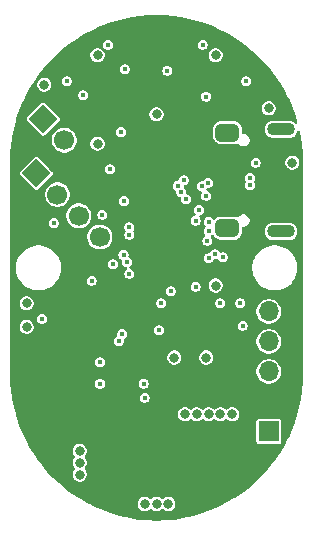
<source format=gbr>
%TF.GenerationSoftware,KiCad,Pcbnew,9.0.5*%
%TF.CreationDate,2025-11-12T12:14:19+01:00*%
%TF.ProjectId,Control board,436f6e74-726f-46c2-9062-6f6172642e6b,rev?*%
%TF.SameCoordinates,Original*%
%TF.FileFunction,Copper,L2,Inr*%
%TF.FilePolarity,Positive*%
%FSLAX46Y46*%
G04 Gerber Fmt 4.6, Leading zero omitted, Abs format (unit mm)*
G04 Created by KiCad (PCBNEW 9.0.5) date 2025-11-12 12:14:19*
%MOMM*%
%LPD*%
G01*
G04 APERTURE LIST*
G04 Aperture macros list*
%AMRoundRect*
0 Rectangle with rounded corners*
0 $1 Rounding radius*
0 $2 $3 $4 $5 $6 $7 $8 $9 X,Y pos of 4 corners*
0 Add a 4 corners polygon primitive as box body*
4,1,4,$2,$3,$4,$5,$6,$7,$8,$9,$2,$3,0*
0 Add four circle primitives for the rounded corners*
1,1,$1+$1,$2,$3*
1,1,$1+$1,$4,$5*
1,1,$1+$1,$6,$7*
1,1,$1+$1,$8,$9*
0 Add four rect primitives between the rounded corners*
20,1,$1+$1,$2,$3,$4,$5,0*
20,1,$1+$1,$4,$5,$6,$7,0*
20,1,$1+$1,$6,$7,$8,$9,0*
20,1,$1+$1,$8,$9,$2,$3,0*%
%AMHorizOval*
0 Thick line with rounded ends*
0 $1 width*
0 $2 $3 position (X,Y) of the first rounded end (center of the circle)*
0 $4 $5 position (X,Y) of the second rounded end (center of the circle)*
0 Add line between two ends*
20,1,$1,$2,$3,$4,$5,0*
0 Add two circle primitives to create the rounded ends*
1,1,$1,$2,$3*
1,1,$1,$4,$5*%
%AMRotRect*
0 Rectangle, with rotation*
0 The origin of the aperture is its center*
0 $1 length*
0 $2 width*
0 $3 Rotation angle, in degrees counterclockwise*
0 Add horizontal line*
21,1,$1,$2,0,0,$3*%
G04 Aperture macros list end*
%TA.AperFunction,ComponentPad*%
%ADD10RoundRect,0.400000X0.750000X-0.100000X0.750000X0.100000X-0.750000X0.100000X-0.750000X-0.100000X0*%
%TD*%
%TA.AperFunction,ComponentPad*%
%ADD11RoundRect,0.450000X0.550000X-0.320000X0.550000X0.320000X-0.550000X0.320000X-0.550000X-0.320000X0*%
%TD*%
%TA.AperFunction,ComponentPad*%
%ADD12RotRect,1.700000X1.700000X225.000000*%
%TD*%
%TA.AperFunction,ComponentPad*%
%ADD13HorizOval,1.700000X0.000000X0.000000X0.000000X0.000000X0*%
%TD*%
%TA.AperFunction,ComponentPad*%
%ADD14R,1.700000X1.700000*%
%TD*%
%TA.AperFunction,ComponentPad*%
%ADD15O,1.700000X1.700000*%
%TD*%
%TA.AperFunction,ViaPad*%
%ADD16C,0.450000*%
%TD*%
%TA.AperFunction,ViaPad*%
%ADD17C,0.800000*%
%TD*%
G04 APERTURE END LIST*
D10*
%TO.N,Net-(J1-SHIELD)*%
%TO.C,J1*%
X60550000Y-46920000D03*
D11*
X55999999Y-46650000D03*
X55999999Y-38550000D03*
D10*
X60550000Y-38280000D03*
%TD*%
D12*
%TO.N,GND*%
%TO.C,J3*%
X39812994Y-42000000D03*
D13*
%TO.N,+10V*%
X41609045Y-43796051D03*
%TO.N,Tx*%
X43405096Y-45592102D03*
%TO.N,Rx*%
X45201148Y-47388154D03*
%TD*%
D12*
%TO.N,+BATT*%
%TO.C,BT1*%
X40400000Y-37400000D03*
D13*
%TO.N,GND*%
X42196051Y-39196051D03*
%TD*%
D14*
%TO.N,GND*%
%TO.C,J2*%
X59500000Y-63854999D03*
D15*
%TO.N,+3.3V*%
X59500000Y-61314999D03*
%TO.N,~{RESET}*%
X59500000Y-58775000D03*
%TO.N,SWCLK*%
X59500000Y-56234999D03*
%TO.N,SWDIO*%
X59500000Y-53694999D03*
%TD*%
D16*
%TO.N,LED1*%
X52100000Y-43600000D03*
X43800000Y-35400000D03*
%TO.N,BTN1*%
X54925676Y-48861926D03*
%TO.N,+3.3V*%
X41800000Y-65800000D03*
X49600000Y-38700000D03*
X40825000Y-64825000D03*
X44500000Y-64800000D03*
X42300000Y-66300000D03*
X43400000Y-31600000D03*
X45000000Y-42300000D03*
X49000000Y-52500000D03*
X38300000Y-59073294D03*
X50000000Y-30000000D03*
X41300000Y-65300000D03*
X52333822Y-40875000D03*
X56600000Y-31600000D03*
D17*
%TO.N,GND*%
X43500000Y-67500000D03*
X50000000Y-37000000D03*
X61500000Y-41100000D03*
D16*
X47250000Y-44350000D03*
D17*
X51000000Y-70000000D03*
X52400000Y-62400000D03*
X51500000Y-57600000D03*
D16*
X46300000Y-49700000D03*
X44500000Y-51100000D03*
D17*
X40500000Y-34500000D03*
X45000000Y-32000000D03*
D16*
X57300000Y-54900000D03*
X51200000Y-52000000D03*
D17*
X43500000Y-65500000D03*
X45000000Y-39500000D03*
D16*
X51778439Y-43064065D03*
D17*
X56400000Y-62400000D03*
X54400000Y-62400000D03*
D16*
X50400000Y-53000000D03*
D17*
X39000000Y-55000000D03*
D16*
X52300000Y-42600000D03*
D17*
X50000000Y-70000000D03*
X55000000Y-51500000D03*
D16*
X46050000Y-41650000D03*
D17*
X59500000Y-36500000D03*
X54200000Y-57600000D03*
X43500000Y-66500000D03*
X55400000Y-62400000D03*
X49000000Y-70000000D03*
X55000000Y-32000000D03*
D16*
X50200000Y-55300000D03*
D17*
X53400000Y-62400000D03*
X39000000Y-53000000D03*
D16*
%TO.N,+BATT*%
X45200000Y-58000000D03*
%TO.N,BTN2*%
X54400000Y-49200000D03*
%TO.N,Net-(D2-K)*%
X42400000Y-34200000D03*
%TO.N,LED2*%
X52500000Y-44200000D03*
X47300000Y-33200000D03*
%TO.N,Net-(D3-K)*%
X45900000Y-31100000D03*
%TO.N,+10V*%
X41300000Y-46200000D03*
%TO.N,Net-(D4-K)*%
X53900000Y-31100000D03*
%TO.N,Net-(D5-K)*%
X57600000Y-34200000D03*
%TO.N,VBUS*%
X48900000Y-59800000D03*
X57100000Y-53000000D03*
%TO.N,LED3*%
X50900000Y-33300000D03*
X53600000Y-45100000D03*
%TO.N,LED4*%
X54200000Y-35500000D03*
X53300000Y-46000000D03*
%TO.N,USB_D+*%
X54381602Y-42802288D03*
X57900000Y-42375000D03*
%TO.N,USB_D-*%
X57900000Y-43025003D03*
X53835855Y-43106901D03*
%TO.N,Rx*%
X54402750Y-46900000D03*
%TO.N,Tx*%
X54400000Y-46100000D03*
%TO.N,Net-(J1-CC2)*%
X58400000Y-41100000D03*
%TO.N,Net-(J1-CC1)*%
X54200000Y-43900000D03*
%TO.N,PWREN*%
X49000000Y-61000000D03*
X53300000Y-51600000D03*
X47100000Y-55600000D03*
%TO.N,VBUS_S*%
X55400000Y-53000000D03*
X47700000Y-46574997D03*
%TO.N,Net-(U3-PA06)*%
X40300000Y-54300000D03*
X47700000Y-47200000D03*
%TO.N,AY*%
X47200000Y-48900000D03*
%TO.N,AX*%
X47500000Y-49500000D03*
%TO.N,CE*%
X45200000Y-59800000D03*
X47700000Y-50500000D03*
%TO.N,IO2*%
X47000000Y-38500000D03*
X55600000Y-49100000D03*
%TO.N,IO1*%
X54300000Y-47700000D03*
X45400000Y-45500000D03*
%TO.N,Net-(Q1-D)*%
X46800000Y-56200000D03*
%TD*%
%TA.AperFunction,Conductor*%
%TO.N,+3.3V*%
G36*
X50691783Y-28619908D02*
G01*
X50698696Y-28620297D01*
X51384867Y-28678174D01*
X51391723Y-28678946D01*
X52073564Y-28775206D01*
X52080387Y-28776366D01*
X52755747Y-28910703D01*
X52762480Y-28912239D01*
X53429274Y-29084241D01*
X53435925Y-29086158D01*
X54091991Y-29295265D01*
X54098528Y-29297552D01*
X54741853Y-29543122D01*
X54748246Y-29545770D01*
X55376775Y-29827019D01*
X55383021Y-29830027D01*
X55793322Y-30041993D01*
X55994779Y-30146068D01*
X56000866Y-30149432D01*
X56593934Y-30499274D01*
X56599824Y-30502975D01*
X57172347Y-30885523D01*
X57178019Y-30889548D01*
X57728173Y-31303582D01*
X57733611Y-31307918D01*
X57890604Y-31440486D01*
X58116554Y-31631284D01*
X58259701Y-31752160D01*
X58264883Y-31756790D01*
X58765260Y-32229856D01*
X58770142Y-32234738D01*
X59115940Y-32600500D01*
X59243203Y-32735110D01*
X59247838Y-32740297D01*
X59692080Y-33266387D01*
X59696416Y-33271825D01*
X60110450Y-33821979D01*
X60114475Y-33827651D01*
X60497023Y-34400174D01*
X60500724Y-34406064D01*
X60850566Y-34999132D01*
X60853930Y-35005219D01*
X61169966Y-35616967D01*
X61172984Y-35623234D01*
X61454221Y-36251736D01*
X61456883Y-36258162D01*
X61702441Y-36901456D01*
X61704738Y-36908021D01*
X61913835Y-37564056D01*
X61915760Y-37570739D01*
X61930379Y-37627411D01*
X61928064Y-37697242D01*
X61888363Y-37754736D01*
X61823880Y-37781639D01*
X61755089Y-37769409D01*
X61735668Y-37755442D01*
X61734729Y-37756666D01*
X61728283Y-37751720D01*
X61728282Y-37751718D01*
X61602841Y-37655464D01*
X61537150Y-37628254D01*
X61456762Y-37594956D01*
X61456760Y-37594955D01*
X61339370Y-37579501D01*
X61339367Y-37579500D01*
X61339361Y-37579500D01*
X61339354Y-37579500D01*
X59760636Y-37579500D01*
X59643246Y-37594953D01*
X59643237Y-37594956D01*
X59497160Y-37655463D01*
X59371718Y-37751718D01*
X59275463Y-37877160D01*
X59214956Y-38023237D01*
X59214955Y-38023239D01*
X59199500Y-38140638D01*
X59199500Y-38419363D01*
X59214953Y-38536753D01*
X59214956Y-38536762D01*
X59267757Y-38664236D01*
X59275464Y-38682841D01*
X59371718Y-38808282D01*
X59497159Y-38904536D01*
X59643238Y-38965044D01*
X59760639Y-38980500D01*
X61339360Y-38980499D01*
X61339363Y-38980499D01*
X61456753Y-38965046D01*
X61456757Y-38965044D01*
X61456762Y-38965044D01*
X61602841Y-38904536D01*
X61728282Y-38808282D01*
X61824536Y-38682841D01*
X61885044Y-38536762D01*
X61891530Y-38487490D01*
X61919796Y-38423595D01*
X61978120Y-38385123D01*
X62047985Y-38384291D01*
X62107208Y-38421363D01*
X62136086Y-38479485D01*
X62223629Y-38919594D01*
X62224794Y-38926451D01*
X62321048Y-39608247D01*
X62321827Y-39615159D01*
X62379700Y-40301286D01*
X62380090Y-40308230D01*
X62399451Y-40998253D01*
X62399500Y-41001731D01*
X62399500Y-58998269D01*
X62399451Y-59001747D01*
X62380090Y-59691770D01*
X62379700Y-59698714D01*
X62321827Y-60384841D01*
X62321048Y-60391753D01*
X62224794Y-61073548D01*
X62223629Y-61080405D01*
X62089300Y-61755724D01*
X62087753Y-61762505D01*
X61915761Y-62429260D01*
X61913835Y-62435944D01*
X61704738Y-63091978D01*
X61702441Y-63098543D01*
X61456883Y-63741837D01*
X61454221Y-63748263D01*
X61172984Y-64376765D01*
X61169966Y-64383032D01*
X60853930Y-64994780D01*
X60850566Y-65000867D01*
X60500724Y-65593936D01*
X60497023Y-65599826D01*
X60114475Y-66172349D01*
X60110450Y-66178021D01*
X59696416Y-66728175D01*
X59692080Y-66733613D01*
X59247830Y-67259712D01*
X59243206Y-67264885D01*
X58946187Y-67579055D01*
X58770161Y-67765244D01*
X58765242Y-67770162D01*
X58264884Y-68243207D01*
X58259711Y-68247831D01*
X57733612Y-68692081D01*
X57728174Y-68696417D01*
X57178020Y-69110451D01*
X57172348Y-69114476D01*
X56599825Y-69497024D01*
X56593935Y-69500725D01*
X56000866Y-69850567D01*
X55994779Y-69853931D01*
X55383031Y-70169967D01*
X55376764Y-70172985D01*
X54748262Y-70454222D01*
X54741836Y-70456884D01*
X54098542Y-70702442D01*
X54091977Y-70704739D01*
X53435943Y-70913836D01*
X53429259Y-70915762D01*
X52762504Y-71087754D01*
X52755723Y-71089301D01*
X52080404Y-71223630D01*
X52073547Y-71224795D01*
X51391752Y-71321049D01*
X51384840Y-71321828D01*
X50698713Y-71379701D01*
X50691769Y-71380091D01*
X50003478Y-71399403D01*
X49996522Y-71399403D01*
X49308230Y-71380091D01*
X49301286Y-71379701D01*
X48615159Y-71321828D01*
X48608247Y-71321049D01*
X47926452Y-71224795D01*
X47919595Y-71223630D01*
X47244276Y-71089301D01*
X47237495Y-71087754D01*
X46570740Y-70915762D01*
X46564056Y-70913836D01*
X45908022Y-70704739D01*
X45901457Y-70702442D01*
X45258163Y-70456884D01*
X45251737Y-70454222D01*
X44623235Y-70172985D01*
X44616968Y-70169967D01*
X44332452Y-70022983D01*
X44134934Y-69920943D01*
X48399500Y-69920943D01*
X48399500Y-70079056D01*
X48440423Y-70231783D01*
X48440426Y-70231790D01*
X48519475Y-70368709D01*
X48519479Y-70368714D01*
X48519480Y-70368716D01*
X48631284Y-70480520D01*
X48631286Y-70480521D01*
X48631290Y-70480524D01*
X48768209Y-70559573D01*
X48768216Y-70559577D01*
X48920943Y-70600500D01*
X48920945Y-70600500D01*
X49079055Y-70600500D01*
X49079057Y-70600500D01*
X49231784Y-70559577D01*
X49368716Y-70480520D01*
X49412319Y-70436917D01*
X49473642Y-70403432D01*
X49543334Y-70408416D01*
X49587681Y-70436917D01*
X49631284Y-70480520D01*
X49631286Y-70480521D01*
X49631290Y-70480524D01*
X49768209Y-70559573D01*
X49768216Y-70559577D01*
X49920943Y-70600500D01*
X49920945Y-70600500D01*
X50079055Y-70600500D01*
X50079057Y-70600500D01*
X50231784Y-70559577D01*
X50368716Y-70480520D01*
X50412319Y-70436917D01*
X50473642Y-70403432D01*
X50543334Y-70408416D01*
X50587681Y-70436917D01*
X50631284Y-70480520D01*
X50631286Y-70480521D01*
X50631290Y-70480524D01*
X50768209Y-70559573D01*
X50768216Y-70559577D01*
X50920943Y-70600500D01*
X50920945Y-70600500D01*
X51079055Y-70600500D01*
X51079057Y-70600500D01*
X51231784Y-70559577D01*
X51368716Y-70480520D01*
X51480520Y-70368716D01*
X51559577Y-70231784D01*
X51600500Y-70079057D01*
X51600500Y-69920943D01*
X51559577Y-69768216D01*
X51500000Y-69665024D01*
X51480524Y-69631290D01*
X51480518Y-69631282D01*
X51368717Y-69519481D01*
X51368709Y-69519475D01*
X51231790Y-69440426D01*
X51231786Y-69440424D01*
X51231784Y-69440423D01*
X51079057Y-69399500D01*
X50920943Y-69399500D01*
X50768216Y-69440423D01*
X50768209Y-69440426D01*
X50631290Y-69519475D01*
X50631282Y-69519481D01*
X50587681Y-69563083D01*
X50526358Y-69596568D01*
X50456666Y-69591584D01*
X50412319Y-69563083D01*
X50368717Y-69519481D01*
X50368709Y-69519475D01*
X50231790Y-69440426D01*
X50231786Y-69440424D01*
X50231784Y-69440423D01*
X50079057Y-69399500D01*
X49920943Y-69399500D01*
X49768216Y-69440423D01*
X49768209Y-69440426D01*
X49631290Y-69519475D01*
X49631282Y-69519481D01*
X49587681Y-69563083D01*
X49526358Y-69596568D01*
X49456666Y-69591584D01*
X49412319Y-69563083D01*
X49368717Y-69519481D01*
X49368709Y-69519475D01*
X49231790Y-69440426D01*
X49231786Y-69440424D01*
X49231784Y-69440423D01*
X49079057Y-69399500D01*
X48920943Y-69399500D01*
X48768216Y-69440423D01*
X48768209Y-69440426D01*
X48631290Y-69519475D01*
X48631282Y-69519481D01*
X48519481Y-69631282D01*
X48519475Y-69631290D01*
X48440426Y-69768209D01*
X48440423Y-69768216D01*
X48399500Y-69920943D01*
X44134934Y-69920943D01*
X44005220Y-69853931D01*
X43999133Y-69850567D01*
X43406064Y-69500725D01*
X43400174Y-69497024D01*
X42827651Y-69114476D01*
X42821979Y-69110451D01*
X42271825Y-68696417D01*
X42266387Y-68692081D01*
X42043634Y-68503983D01*
X41740276Y-68247820D01*
X41735132Y-68243224D01*
X41234738Y-67770144D01*
X41229856Y-67765262D01*
X40756775Y-67264866D01*
X40752182Y-67259727D01*
X40307919Y-66733613D01*
X40303583Y-66728175D01*
X39889549Y-66178021D01*
X39885524Y-66172349D01*
X39502976Y-65599826D01*
X39499286Y-65593955D01*
X39397229Y-65420943D01*
X42899500Y-65420943D01*
X42899500Y-65579056D01*
X42940423Y-65731783D01*
X42940426Y-65731790D01*
X43019475Y-65868709D01*
X43019481Y-65868717D01*
X43063083Y-65912319D01*
X43096568Y-65973642D01*
X43091584Y-66043334D01*
X43063083Y-66087681D01*
X43019481Y-66131282D01*
X43019475Y-66131290D01*
X42940426Y-66268209D01*
X42940423Y-66268216D01*
X42899500Y-66420943D01*
X42899500Y-66579056D01*
X42940423Y-66731783D01*
X42940426Y-66731790D01*
X43019475Y-66868709D01*
X43019481Y-66868717D01*
X43063083Y-66912319D01*
X43096568Y-66973642D01*
X43091584Y-67043334D01*
X43063083Y-67087681D01*
X43019481Y-67131282D01*
X43019475Y-67131290D01*
X42940426Y-67268209D01*
X42940423Y-67268216D01*
X42899500Y-67420943D01*
X42899500Y-67579056D01*
X42940423Y-67731783D01*
X42940426Y-67731790D01*
X43019475Y-67868709D01*
X43019479Y-67868714D01*
X43019480Y-67868716D01*
X43131284Y-67980520D01*
X43131286Y-67980521D01*
X43131290Y-67980524D01*
X43268209Y-68059573D01*
X43268216Y-68059577D01*
X43420943Y-68100500D01*
X43420945Y-68100500D01*
X43579055Y-68100500D01*
X43579057Y-68100500D01*
X43731784Y-68059577D01*
X43868716Y-67980520D01*
X43980520Y-67868716D01*
X44059577Y-67731784D01*
X44100500Y-67579057D01*
X44100500Y-67420943D01*
X44059577Y-67268216D01*
X43990132Y-67147932D01*
X43980524Y-67131290D01*
X43980518Y-67131282D01*
X43936917Y-67087681D01*
X43903432Y-67026358D01*
X43908416Y-66956666D01*
X43936917Y-66912319D01*
X43980520Y-66868716D01*
X44059577Y-66731784D01*
X44100500Y-66579057D01*
X44100500Y-66420943D01*
X44059577Y-66268216D01*
X44059573Y-66268209D01*
X43980524Y-66131290D01*
X43980518Y-66131282D01*
X43936917Y-66087681D01*
X43903432Y-66026358D01*
X43908416Y-65956666D01*
X43936917Y-65912319D01*
X43980520Y-65868716D01*
X44059577Y-65731784D01*
X44100500Y-65579057D01*
X44100500Y-65420943D01*
X44059577Y-65268216D01*
X44059573Y-65268209D01*
X43980524Y-65131290D01*
X43980518Y-65131282D01*
X43868717Y-65019481D01*
X43868709Y-65019475D01*
X43731790Y-64940426D01*
X43731786Y-64940424D01*
X43731784Y-64940423D01*
X43579057Y-64899500D01*
X43420943Y-64899500D01*
X43268216Y-64940423D01*
X43268209Y-64940426D01*
X43131290Y-65019475D01*
X43131282Y-65019481D01*
X43019481Y-65131282D01*
X43019475Y-65131290D01*
X42940426Y-65268209D01*
X42940423Y-65268216D01*
X42899500Y-65420943D01*
X39397229Y-65420943D01*
X39149431Y-65000863D01*
X39146069Y-64994780D01*
X39117988Y-64940423D01*
X38830028Y-64383022D01*
X38827015Y-64376765D01*
X38545771Y-63748247D01*
X38543123Y-63741854D01*
X38297553Y-63098529D01*
X38295261Y-63091978D01*
X38086159Y-62435927D01*
X38084245Y-62429286D01*
X38056297Y-62320943D01*
X51799500Y-62320943D01*
X51799500Y-62479056D01*
X51840423Y-62631783D01*
X51840426Y-62631790D01*
X51919475Y-62768709D01*
X51919479Y-62768714D01*
X51919480Y-62768716D01*
X52031284Y-62880520D01*
X52031286Y-62880521D01*
X52031290Y-62880524D01*
X52111390Y-62926769D01*
X52168216Y-62959577D01*
X52320943Y-63000500D01*
X52320945Y-63000500D01*
X52479055Y-63000500D01*
X52479057Y-63000500D01*
X52631784Y-62959577D01*
X52768716Y-62880520D01*
X52812319Y-62836917D01*
X52873642Y-62803432D01*
X52943334Y-62808416D01*
X52987681Y-62836917D01*
X53031284Y-62880520D01*
X53031286Y-62880521D01*
X53031290Y-62880524D01*
X53111390Y-62926769D01*
X53168216Y-62959577D01*
X53320943Y-63000500D01*
X53320945Y-63000500D01*
X53479055Y-63000500D01*
X53479057Y-63000500D01*
X53631784Y-62959577D01*
X53768716Y-62880520D01*
X53812319Y-62836917D01*
X53873642Y-62803432D01*
X53943334Y-62808416D01*
X53987681Y-62836917D01*
X54031284Y-62880520D01*
X54031286Y-62880521D01*
X54031290Y-62880524D01*
X54111390Y-62926769D01*
X54168216Y-62959577D01*
X54320943Y-63000500D01*
X54320945Y-63000500D01*
X54479055Y-63000500D01*
X54479057Y-63000500D01*
X54631784Y-62959577D01*
X54768716Y-62880520D01*
X54812319Y-62836917D01*
X54873642Y-62803432D01*
X54943334Y-62808416D01*
X54987681Y-62836917D01*
X55031284Y-62880520D01*
X55031286Y-62880521D01*
X55031290Y-62880524D01*
X55111390Y-62926769D01*
X55168216Y-62959577D01*
X55320943Y-63000500D01*
X55320945Y-63000500D01*
X55479055Y-63000500D01*
X55479057Y-63000500D01*
X55631784Y-62959577D01*
X55768716Y-62880520D01*
X55812319Y-62836917D01*
X55873642Y-62803432D01*
X55943334Y-62808416D01*
X55987681Y-62836917D01*
X56031284Y-62880520D01*
X56031286Y-62880521D01*
X56031290Y-62880524D01*
X56111390Y-62926769D01*
X56168216Y-62959577D01*
X56320943Y-63000500D01*
X56320945Y-63000500D01*
X56479055Y-63000500D01*
X56479057Y-63000500D01*
X56535986Y-62985246D01*
X58449500Y-62985246D01*
X58449500Y-64724751D01*
X58461131Y-64783228D01*
X58461132Y-64783229D01*
X58505447Y-64849551D01*
X58571769Y-64893866D01*
X58571770Y-64893867D01*
X58630247Y-64905498D01*
X58630250Y-64905499D01*
X58630252Y-64905499D01*
X60369750Y-64905499D01*
X60369751Y-64905498D01*
X60384568Y-64902551D01*
X60428229Y-64893867D01*
X60428229Y-64893866D01*
X60428231Y-64893866D01*
X60494552Y-64849551D01*
X60538867Y-64783230D01*
X60538867Y-64783228D01*
X60538868Y-64783228D01*
X60550499Y-64724751D01*
X60550500Y-64724749D01*
X60550500Y-62985248D01*
X60550499Y-62985246D01*
X60538868Y-62926769D01*
X60538867Y-62926768D01*
X60494552Y-62860446D01*
X60428230Y-62816131D01*
X60428229Y-62816130D01*
X60369752Y-62804499D01*
X60369748Y-62804499D01*
X58630252Y-62804499D01*
X58630247Y-62804499D01*
X58571770Y-62816130D01*
X58571769Y-62816131D01*
X58505447Y-62860446D01*
X58461132Y-62926768D01*
X58461131Y-62926769D01*
X58449500Y-62985246D01*
X56535986Y-62985246D01*
X56631784Y-62959577D01*
X56768716Y-62880520D01*
X56880520Y-62768716D01*
X56959577Y-62631784D01*
X57000500Y-62479057D01*
X57000500Y-62320943D01*
X56959577Y-62168216D01*
X56900000Y-62065024D01*
X56880524Y-62031290D01*
X56880518Y-62031282D01*
X56768717Y-61919481D01*
X56768709Y-61919475D01*
X56631790Y-61840426D01*
X56631786Y-61840424D01*
X56631784Y-61840423D01*
X56479057Y-61799500D01*
X56320943Y-61799500D01*
X56168216Y-61840423D01*
X56168209Y-61840426D01*
X56031290Y-61919475D01*
X56031282Y-61919481D01*
X55987681Y-61963083D01*
X55926358Y-61996568D01*
X55856666Y-61991584D01*
X55812319Y-61963083D01*
X55768717Y-61919481D01*
X55768709Y-61919475D01*
X55631790Y-61840426D01*
X55631786Y-61840424D01*
X55631784Y-61840423D01*
X55479057Y-61799500D01*
X55320943Y-61799500D01*
X55168216Y-61840423D01*
X55168209Y-61840426D01*
X55031290Y-61919475D01*
X55031282Y-61919481D01*
X54987681Y-61963083D01*
X54926358Y-61996568D01*
X54856666Y-61991584D01*
X54812319Y-61963083D01*
X54768717Y-61919481D01*
X54768709Y-61919475D01*
X54631790Y-61840426D01*
X54631786Y-61840424D01*
X54631784Y-61840423D01*
X54479057Y-61799500D01*
X54320943Y-61799500D01*
X54168216Y-61840423D01*
X54168209Y-61840426D01*
X54031290Y-61919475D01*
X54031282Y-61919481D01*
X53987681Y-61963083D01*
X53926358Y-61996568D01*
X53856666Y-61991584D01*
X53812319Y-61963083D01*
X53768717Y-61919481D01*
X53768709Y-61919475D01*
X53631790Y-61840426D01*
X53631786Y-61840424D01*
X53631784Y-61840423D01*
X53479057Y-61799500D01*
X53320943Y-61799500D01*
X53168216Y-61840423D01*
X53168209Y-61840426D01*
X53031290Y-61919475D01*
X53031282Y-61919481D01*
X52987681Y-61963083D01*
X52926358Y-61996568D01*
X52856666Y-61991584D01*
X52812319Y-61963083D01*
X52768717Y-61919481D01*
X52768709Y-61919475D01*
X52631790Y-61840426D01*
X52631786Y-61840424D01*
X52631784Y-61840423D01*
X52479057Y-61799500D01*
X52320943Y-61799500D01*
X52168216Y-61840423D01*
X52168209Y-61840426D01*
X52031290Y-61919475D01*
X52031282Y-61919481D01*
X51919481Y-62031282D01*
X51919475Y-62031290D01*
X51840426Y-62168209D01*
X51840423Y-62168216D01*
X51799500Y-62320943D01*
X38056297Y-62320943D01*
X37912240Y-61762481D01*
X37910704Y-61755748D01*
X37776367Y-61080388D01*
X37775207Y-61073565D01*
X37756913Y-60943982D01*
X48574500Y-60943982D01*
X48574500Y-61056018D01*
X48603497Y-61164237D01*
X48659515Y-61261263D01*
X48738737Y-61340485D01*
X48835763Y-61396503D01*
X48943982Y-61425500D01*
X48943984Y-61425500D01*
X49056016Y-61425500D01*
X49056018Y-61425500D01*
X49164237Y-61396503D01*
X49261263Y-61340485D01*
X49340485Y-61261263D01*
X49396503Y-61164237D01*
X49425500Y-61056018D01*
X49425500Y-60943982D01*
X49396503Y-60835763D01*
X49340485Y-60738737D01*
X49261263Y-60659515D01*
X49164237Y-60603497D01*
X49056018Y-60574500D01*
X48943982Y-60574500D01*
X48835763Y-60603497D01*
X48835760Y-60603498D01*
X48738740Y-60659513D01*
X48738734Y-60659517D01*
X48659517Y-60738734D01*
X48659513Y-60738740D01*
X48603498Y-60835760D01*
X48603497Y-60835763D01*
X48574500Y-60943982D01*
X37756913Y-60943982D01*
X37678947Y-60391725D01*
X37678175Y-60384869D01*
X37624118Y-59743982D01*
X44774500Y-59743982D01*
X44774500Y-59856018D01*
X44803497Y-59964237D01*
X44859515Y-60061263D01*
X44938737Y-60140485D01*
X45035763Y-60196503D01*
X45143982Y-60225500D01*
X45143984Y-60225500D01*
X45256016Y-60225500D01*
X45256018Y-60225500D01*
X45364237Y-60196503D01*
X45461263Y-60140485D01*
X45540485Y-60061263D01*
X45596503Y-59964237D01*
X45625500Y-59856018D01*
X45625500Y-59743982D01*
X48474500Y-59743982D01*
X48474500Y-59856018D01*
X48503497Y-59964237D01*
X48559515Y-60061263D01*
X48638737Y-60140485D01*
X48735763Y-60196503D01*
X48843982Y-60225500D01*
X48843984Y-60225500D01*
X48956016Y-60225500D01*
X48956018Y-60225500D01*
X49064237Y-60196503D01*
X49161263Y-60140485D01*
X49240485Y-60061263D01*
X49296503Y-59964237D01*
X49325500Y-59856018D01*
X49325500Y-59743982D01*
X49296503Y-59635763D01*
X49240485Y-59538737D01*
X49161263Y-59459515D01*
X49064237Y-59403497D01*
X48956018Y-59374500D01*
X48843982Y-59374500D01*
X48735763Y-59403497D01*
X48735760Y-59403498D01*
X48638740Y-59459513D01*
X48638734Y-59459517D01*
X48559517Y-59538734D01*
X48559513Y-59538740D01*
X48503498Y-59635760D01*
X48503497Y-59635763D01*
X48474500Y-59743982D01*
X45625500Y-59743982D01*
X45596503Y-59635763D01*
X45540485Y-59538737D01*
X45461263Y-59459515D01*
X45364237Y-59403497D01*
X45256018Y-59374500D01*
X45143982Y-59374500D01*
X45035763Y-59403497D01*
X45035760Y-59403498D01*
X44938740Y-59459513D01*
X44938734Y-59459517D01*
X44859517Y-59538734D01*
X44859513Y-59538740D01*
X44803498Y-59635760D01*
X44803497Y-59635763D01*
X44774500Y-59743982D01*
X37624118Y-59743982D01*
X37620298Y-59698698D01*
X37619909Y-59691770D01*
X37615615Y-59538740D01*
X37600549Y-59001747D01*
X37600500Y-58998269D01*
X37600500Y-58671530D01*
X58449500Y-58671530D01*
X58449500Y-58878469D01*
X58489868Y-59081412D01*
X58489870Y-59081420D01*
X58569058Y-59272596D01*
X58684024Y-59444657D01*
X58830342Y-59590975D01*
X58830345Y-59590977D01*
X59002402Y-59705941D01*
X59193580Y-59785130D01*
X59396530Y-59825499D01*
X59396534Y-59825500D01*
X59396535Y-59825500D01*
X59603466Y-59825500D01*
X59603467Y-59825499D01*
X59806420Y-59785130D01*
X59997598Y-59705941D01*
X60169655Y-59590977D01*
X60315977Y-59444655D01*
X60430941Y-59272598D01*
X60510130Y-59081420D01*
X60550500Y-58878465D01*
X60550500Y-58671535D01*
X60510130Y-58468580D01*
X60430941Y-58277402D01*
X60315977Y-58105345D01*
X60315975Y-58105342D01*
X60169657Y-57959024D01*
X60083626Y-57901541D01*
X59997598Y-57844059D01*
X59967978Y-57831790D01*
X59806420Y-57764870D01*
X59806412Y-57764868D01*
X59603469Y-57724500D01*
X59603465Y-57724500D01*
X59396535Y-57724500D01*
X59396530Y-57724500D01*
X59193587Y-57764868D01*
X59193579Y-57764870D01*
X59002403Y-57844058D01*
X58830342Y-57959024D01*
X58684024Y-58105342D01*
X58569058Y-58277403D01*
X58489870Y-58468579D01*
X58489868Y-58468587D01*
X58449500Y-58671530D01*
X37600500Y-58671530D01*
X37600500Y-57943982D01*
X44774500Y-57943982D01*
X44774500Y-58056018D01*
X44803497Y-58164237D01*
X44859515Y-58261263D01*
X44938737Y-58340485D01*
X45035763Y-58396503D01*
X45143982Y-58425500D01*
X45143984Y-58425500D01*
X45256016Y-58425500D01*
X45256018Y-58425500D01*
X45364237Y-58396503D01*
X45461263Y-58340485D01*
X45540485Y-58261263D01*
X45596503Y-58164237D01*
X45625500Y-58056018D01*
X45625500Y-57943982D01*
X45596503Y-57835763D01*
X45540485Y-57738737D01*
X45461263Y-57659515D01*
X45364237Y-57603497D01*
X45256018Y-57574500D01*
X45143982Y-57574500D01*
X45035763Y-57603497D01*
X45035760Y-57603498D01*
X44938740Y-57659513D01*
X44938734Y-57659517D01*
X44859517Y-57738734D01*
X44859513Y-57738740D01*
X44803498Y-57835760D01*
X44803497Y-57835763D01*
X44774500Y-57943982D01*
X37600500Y-57943982D01*
X37600500Y-57520943D01*
X50899500Y-57520943D01*
X50899500Y-57679057D01*
X50922494Y-57764870D01*
X50940423Y-57831783D01*
X50940426Y-57831790D01*
X51019475Y-57968709D01*
X51019479Y-57968714D01*
X51019480Y-57968716D01*
X51131284Y-58080520D01*
X51131286Y-58080521D01*
X51131290Y-58080524D01*
X51268209Y-58159573D01*
X51268216Y-58159577D01*
X51420943Y-58200500D01*
X51420945Y-58200500D01*
X51579055Y-58200500D01*
X51579057Y-58200500D01*
X51731784Y-58159577D01*
X51868716Y-58080520D01*
X51980520Y-57968716D01*
X52059577Y-57831784D01*
X52100500Y-57679057D01*
X52100500Y-57520943D01*
X53599500Y-57520943D01*
X53599500Y-57679057D01*
X53622494Y-57764870D01*
X53640423Y-57831783D01*
X53640426Y-57831790D01*
X53719475Y-57968709D01*
X53719479Y-57968714D01*
X53719480Y-57968716D01*
X53831284Y-58080520D01*
X53831286Y-58080521D01*
X53831290Y-58080524D01*
X53968209Y-58159573D01*
X53968216Y-58159577D01*
X54120943Y-58200500D01*
X54120945Y-58200500D01*
X54279055Y-58200500D01*
X54279057Y-58200500D01*
X54431784Y-58159577D01*
X54568716Y-58080520D01*
X54680520Y-57968716D01*
X54759577Y-57831784D01*
X54800500Y-57679057D01*
X54800500Y-57520943D01*
X54759577Y-57368216D01*
X54711821Y-57285499D01*
X54680524Y-57231290D01*
X54680518Y-57231282D01*
X54568717Y-57119481D01*
X54568709Y-57119475D01*
X54431790Y-57040426D01*
X54431786Y-57040424D01*
X54431784Y-57040423D01*
X54279057Y-56999500D01*
X54120943Y-56999500D01*
X53968216Y-57040423D01*
X53968209Y-57040426D01*
X53831290Y-57119475D01*
X53831282Y-57119481D01*
X53719481Y-57231282D01*
X53719475Y-57231290D01*
X53640426Y-57368209D01*
X53640423Y-57368216D01*
X53599500Y-57520943D01*
X52100500Y-57520943D01*
X52059577Y-57368216D01*
X52011821Y-57285499D01*
X51980524Y-57231290D01*
X51980518Y-57231282D01*
X51868717Y-57119481D01*
X51868709Y-57119475D01*
X51731790Y-57040426D01*
X51731786Y-57040424D01*
X51731784Y-57040423D01*
X51579057Y-56999500D01*
X51420943Y-56999500D01*
X51268216Y-57040423D01*
X51268209Y-57040426D01*
X51131290Y-57119475D01*
X51131282Y-57119481D01*
X51019481Y-57231282D01*
X51019475Y-57231290D01*
X50940426Y-57368209D01*
X50940423Y-57368216D01*
X50899500Y-57520943D01*
X37600500Y-57520943D01*
X37600500Y-56143982D01*
X46374500Y-56143982D01*
X46374500Y-56256018D01*
X46403497Y-56364237D01*
X46459515Y-56461263D01*
X46538737Y-56540485D01*
X46635763Y-56596503D01*
X46743982Y-56625500D01*
X46743984Y-56625500D01*
X46856016Y-56625500D01*
X46856018Y-56625500D01*
X46964237Y-56596503D01*
X47061263Y-56540485D01*
X47140485Y-56461263D01*
X47196503Y-56364237D01*
X47225500Y-56256018D01*
X47225500Y-56143982D01*
X47222163Y-56131529D01*
X58449500Y-56131529D01*
X58449500Y-56338468D01*
X58489868Y-56541411D01*
X58489870Y-56541419D01*
X58569058Y-56732595D01*
X58684024Y-56904656D01*
X58830342Y-57050974D01*
X58830345Y-57050976D01*
X59002402Y-57165940D01*
X59193580Y-57245129D01*
X59396530Y-57285498D01*
X59396534Y-57285499D01*
X59396535Y-57285499D01*
X59603466Y-57285499D01*
X59603467Y-57285498D01*
X59806420Y-57245129D01*
X59997598Y-57165940D01*
X60169655Y-57050976D01*
X60315977Y-56904654D01*
X60430941Y-56732597D01*
X60510130Y-56541419D01*
X60550500Y-56338464D01*
X60550500Y-56131534D01*
X60510130Y-55928579D01*
X60430941Y-55737401D01*
X60315977Y-55565344D01*
X60315975Y-55565341D01*
X60169657Y-55419023D01*
X60075359Y-55356016D01*
X59997598Y-55304058D01*
X59979356Y-55296502D01*
X59806420Y-55224869D01*
X59806412Y-55224867D01*
X59603469Y-55184499D01*
X59603465Y-55184499D01*
X59396535Y-55184499D01*
X59396530Y-55184499D01*
X59193587Y-55224867D01*
X59193579Y-55224869D01*
X59002403Y-55304057D01*
X58830342Y-55419023D01*
X58684024Y-55565341D01*
X58569058Y-55737402D01*
X58489870Y-55928578D01*
X58489868Y-55928586D01*
X58449500Y-56131529D01*
X47222163Y-56131529D01*
X47220694Y-56126048D01*
X47220348Y-56124616D01*
X47221957Y-56091168D01*
X47222754Y-56057689D01*
X47223631Y-56056392D01*
X47223707Y-56054827D01*
X47243149Y-56027552D01*
X47261915Y-55999825D01*
X47263895Y-55998449D01*
X47264264Y-55997933D01*
X47265150Y-55997578D01*
X47278852Y-55988064D01*
X47361263Y-55940485D01*
X47440485Y-55861263D01*
X47496503Y-55764237D01*
X47525500Y-55656018D01*
X47525500Y-55543982D01*
X47496503Y-55435763D01*
X47440485Y-55338737D01*
X47361263Y-55259515D01*
X47334359Y-55243982D01*
X49774500Y-55243982D01*
X49774500Y-55356018D01*
X49803497Y-55464237D01*
X49859515Y-55561263D01*
X49938737Y-55640485D01*
X50035763Y-55696503D01*
X50143982Y-55725500D01*
X50143984Y-55725500D01*
X50256016Y-55725500D01*
X50256018Y-55725500D01*
X50364237Y-55696503D01*
X50461263Y-55640485D01*
X50540485Y-55561263D01*
X50596503Y-55464237D01*
X50625500Y-55356018D01*
X50625500Y-55243982D01*
X50596503Y-55135763D01*
X50540485Y-55038737D01*
X50461263Y-54959515D01*
X50364237Y-54903497D01*
X50256018Y-54874500D01*
X50143982Y-54874500D01*
X50035763Y-54903497D01*
X50035760Y-54903498D01*
X49938740Y-54959513D01*
X49938734Y-54959517D01*
X49859517Y-55038734D01*
X49859513Y-55038740D01*
X49803498Y-55135760D01*
X49803497Y-55135763D01*
X49774500Y-55243982D01*
X47334359Y-55243982D01*
X47264237Y-55203497D01*
X47156018Y-55174500D01*
X47043982Y-55174500D01*
X46935763Y-55203497D01*
X46935760Y-55203498D01*
X46838740Y-55259513D01*
X46838734Y-55259517D01*
X46759517Y-55338734D01*
X46759513Y-55338740D01*
X46703498Y-55435760D01*
X46703497Y-55435763D01*
X46674500Y-55543982D01*
X46674500Y-55656017D01*
X46678907Y-55672466D01*
X46677242Y-55742316D01*
X46638078Y-55800177D01*
X46621133Y-55811942D01*
X46538740Y-55859513D01*
X46538734Y-55859517D01*
X46459517Y-55938734D01*
X46459513Y-55938740D01*
X46403498Y-56035760D01*
X46403497Y-56035763D01*
X46374500Y-56143982D01*
X37600500Y-56143982D01*
X37600500Y-54920943D01*
X38399500Y-54920943D01*
X38399500Y-55079057D01*
X38414695Y-55135763D01*
X38440423Y-55231783D01*
X38440426Y-55231790D01*
X38519475Y-55368709D01*
X38519479Y-55368714D01*
X38519480Y-55368716D01*
X38631284Y-55480520D01*
X38631286Y-55480521D01*
X38631290Y-55480524D01*
X38741204Y-55543982D01*
X38768216Y-55559577D01*
X38920943Y-55600500D01*
X38920945Y-55600500D01*
X39079055Y-55600500D01*
X39079057Y-55600500D01*
X39231784Y-55559577D01*
X39368716Y-55480520D01*
X39480520Y-55368716D01*
X39559577Y-55231784D01*
X39600500Y-55079057D01*
X39600500Y-54920943D01*
X39579878Y-54843982D01*
X56874500Y-54843982D01*
X56874500Y-54956018D01*
X56903497Y-55064237D01*
X56959515Y-55161263D01*
X57038737Y-55240485D01*
X57135763Y-55296503D01*
X57243982Y-55325500D01*
X57243984Y-55325500D01*
X57356016Y-55325500D01*
X57356018Y-55325500D01*
X57464237Y-55296503D01*
X57561263Y-55240485D01*
X57640485Y-55161263D01*
X57696503Y-55064237D01*
X57725500Y-54956018D01*
X57725500Y-54843982D01*
X57696503Y-54735763D01*
X57640485Y-54638737D01*
X57561263Y-54559515D01*
X57464237Y-54503497D01*
X57356018Y-54474500D01*
X57243982Y-54474500D01*
X57135763Y-54503497D01*
X57135760Y-54503498D01*
X57038740Y-54559513D01*
X57038734Y-54559517D01*
X56959517Y-54638734D01*
X56959513Y-54638740D01*
X56903498Y-54735760D01*
X56903497Y-54735763D01*
X56874500Y-54843982D01*
X39579878Y-54843982D01*
X39559577Y-54768216D01*
X39559573Y-54768209D01*
X39480524Y-54631290D01*
X39480518Y-54631282D01*
X39368717Y-54519481D01*
X39368709Y-54519475D01*
X39231790Y-54440426D01*
X39231786Y-54440424D01*
X39231784Y-54440423D01*
X39079057Y-54399500D01*
X38920943Y-54399500D01*
X38768216Y-54440423D01*
X38768209Y-54440426D01*
X38631290Y-54519475D01*
X38631282Y-54519481D01*
X38519481Y-54631282D01*
X38519475Y-54631290D01*
X38440426Y-54768209D01*
X38440423Y-54768216D01*
X38399500Y-54920943D01*
X37600500Y-54920943D01*
X37600500Y-54243982D01*
X39874500Y-54243982D01*
X39874500Y-54356018D01*
X39903497Y-54464237D01*
X39959515Y-54561263D01*
X40038737Y-54640485D01*
X40135763Y-54696503D01*
X40243982Y-54725500D01*
X40243984Y-54725500D01*
X40356016Y-54725500D01*
X40356018Y-54725500D01*
X40464237Y-54696503D01*
X40561263Y-54640485D01*
X40640485Y-54561263D01*
X40696503Y-54464237D01*
X40725500Y-54356018D01*
X40725500Y-54243982D01*
X40696503Y-54135763D01*
X40640485Y-54038737D01*
X40561263Y-53959515D01*
X40464237Y-53903497D01*
X40356018Y-53874500D01*
X40243982Y-53874500D01*
X40135763Y-53903497D01*
X40135760Y-53903498D01*
X40038740Y-53959513D01*
X40038734Y-53959517D01*
X39959517Y-54038734D01*
X39959513Y-54038740D01*
X39903498Y-54135760D01*
X39903497Y-54135763D01*
X39874500Y-54243982D01*
X37600500Y-54243982D01*
X37600500Y-52920943D01*
X38399500Y-52920943D01*
X38399500Y-53079057D01*
X38431211Y-53197402D01*
X38440423Y-53231783D01*
X38440426Y-53231790D01*
X38519475Y-53368709D01*
X38519479Y-53368714D01*
X38519480Y-53368716D01*
X38631284Y-53480520D01*
X38631286Y-53480521D01*
X38631290Y-53480524D01*
X38768209Y-53559573D01*
X38768216Y-53559577D01*
X38920943Y-53600500D01*
X38920945Y-53600500D01*
X39079055Y-53600500D01*
X39079057Y-53600500D01*
X39112537Y-53591529D01*
X58449500Y-53591529D01*
X58449500Y-53798468D01*
X58481535Y-53959517D01*
X58489870Y-54001419D01*
X58569059Y-54192597D01*
X58626541Y-54278625D01*
X58684024Y-54364656D01*
X58830342Y-54510974D01*
X58830345Y-54510976D01*
X59002402Y-54625940D01*
X59193580Y-54705129D01*
X59347589Y-54735763D01*
X59396530Y-54745498D01*
X59396534Y-54745499D01*
X59396535Y-54745499D01*
X59603466Y-54745499D01*
X59603467Y-54745498D01*
X59806420Y-54705129D01*
X59997598Y-54625940D01*
X60169655Y-54510976D01*
X60315977Y-54364654D01*
X60430941Y-54192597D01*
X60510130Y-54001419D01*
X60550500Y-53798464D01*
X60550500Y-53591534D01*
X60510130Y-53388579D01*
X60430941Y-53197401D01*
X60315977Y-53025344D01*
X60315975Y-53025341D01*
X60169657Y-52879023D01*
X60083626Y-52821540D01*
X59997598Y-52764058D01*
X59936475Y-52738740D01*
X59806420Y-52684869D01*
X59806412Y-52684867D01*
X59603469Y-52644499D01*
X59603465Y-52644499D01*
X59396535Y-52644499D01*
X59396530Y-52644499D01*
X59193587Y-52684867D01*
X59193579Y-52684869D01*
X59002403Y-52764057D01*
X58830342Y-52879023D01*
X58684024Y-53025341D01*
X58569058Y-53197402D01*
X58489870Y-53388578D01*
X58489868Y-53388586D01*
X58449500Y-53591529D01*
X39112537Y-53591529D01*
X39231784Y-53559577D01*
X39300250Y-53520048D01*
X39368710Y-53480524D01*
X39368711Y-53480522D01*
X39368716Y-53480520D01*
X39480520Y-53368716D01*
X39559577Y-53231784D01*
X39600500Y-53079057D01*
X39600500Y-52943982D01*
X49974500Y-52943982D01*
X49974500Y-53056018D01*
X50003497Y-53164237D01*
X50059515Y-53261263D01*
X50138737Y-53340485D01*
X50235763Y-53396503D01*
X50343982Y-53425500D01*
X50343984Y-53425500D01*
X50456016Y-53425500D01*
X50456018Y-53425500D01*
X50564237Y-53396503D01*
X50661263Y-53340485D01*
X50740485Y-53261263D01*
X50796503Y-53164237D01*
X50825500Y-53056018D01*
X50825500Y-52943982D01*
X54974500Y-52943982D01*
X54974500Y-53056018D01*
X55003497Y-53164237D01*
X55059515Y-53261263D01*
X55138737Y-53340485D01*
X55235763Y-53396503D01*
X55343982Y-53425500D01*
X55343984Y-53425500D01*
X55456016Y-53425500D01*
X55456018Y-53425500D01*
X55564237Y-53396503D01*
X55661263Y-53340485D01*
X55740485Y-53261263D01*
X55796503Y-53164237D01*
X55825500Y-53056018D01*
X55825500Y-52943982D01*
X56674500Y-52943982D01*
X56674500Y-53056018D01*
X56703497Y-53164237D01*
X56759515Y-53261263D01*
X56838737Y-53340485D01*
X56935763Y-53396503D01*
X57043982Y-53425500D01*
X57043984Y-53425500D01*
X57156016Y-53425500D01*
X57156018Y-53425500D01*
X57264237Y-53396503D01*
X57361263Y-53340485D01*
X57440485Y-53261263D01*
X57496503Y-53164237D01*
X57525500Y-53056018D01*
X57525500Y-52943982D01*
X57496503Y-52835763D01*
X57440485Y-52738737D01*
X57361263Y-52659515D01*
X57264237Y-52603497D01*
X57156018Y-52574500D01*
X57043982Y-52574500D01*
X56935763Y-52603497D01*
X56935760Y-52603498D01*
X56838740Y-52659513D01*
X56838734Y-52659517D01*
X56759517Y-52738734D01*
X56759513Y-52738740D01*
X56703498Y-52835760D01*
X56703497Y-52835763D01*
X56674500Y-52943982D01*
X55825500Y-52943982D01*
X55796503Y-52835763D01*
X55740485Y-52738737D01*
X55661263Y-52659515D01*
X55564237Y-52603497D01*
X55456018Y-52574500D01*
X55343982Y-52574500D01*
X55235763Y-52603497D01*
X55235760Y-52603498D01*
X55138740Y-52659513D01*
X55138734Y-52659517D01*
X55059517Y-52738734D01*
X55059513Y-52738740D01*
X55003498Y-52835760D01*
X55003497Y-52835763D01*
X54974500Y-52943982D01*
X50825500Y-52943982D01*
X50796503Y-52835763D01*
X50740485Y-52738737D01*
X50661263Y-52659515D01*
X50564237Y-52603497D01*
X50456018Y-52574500D01*
X50343982Y-52574500D01*
X50235763Y-52603497D01*
X50235760Y-52603498D01*
X50138740Y-52659513D01*
X50138734Y-52659517D01*
X50059517Y-52738734D01*
X50059513Y-52738740D01*
X50003498Y-52835760D01*
X50003497Y-52835763D01*
X49974500Y-52943982D01*
X39600500Y-52943982D01*
X39600500Y-52920943D01*
X39559577Y-52768216D01*
X39542559Y-52738740D01*
X39480524Y-52631290D01*
X39480518Y-52631282D01*
X39368717Y-52519481D01*
X39368709Y-52519475D01*
X39231790Y-52440426D01*
X39231786Y-52440424D01*
X39231784Y-52440423D01*
X39079057Y-52399500D01*
X38920943Y-52399500D01*
X38768216Y-52440423D01*
X38768209Y-52440426D01*
X38631290Y-52519475D01*
X38631282Y-52519481D01*
X38519481Y-52631282D01*
X38519475Y-52631290D01*
X38440426Y-52768209D01*
X38440423Y-52768216D01*
X38399500Y-52920943D01*
X37600500Y-52920943D01*
X37600500Y-51943982D01*
X50774500Y-51943982D01*
X50774500Y-52056018D01*
X50803497Y-52164237D01*
X50859515Y-52261263D01*
X50938737Y-52340485D01*
X51035763Y-52396503D01*
X51143982Y-52425500D01*
X51143984Y-52425500D01*
X51256016Y-52425500D01*
X51256018Y-52425500D01*
X51364237Y-52396503D01*
X51461263Y-52340485D01*
X51540485Y-52261263D01*
X51596503Y-52164237D01*
X51625500Y-52056018D01*
X51625500Y-51943982D01*
X51596503Y-51835763D01*
X51540485Y-51738737D01*
X51461263Y-51659515D01*
X51364237Y-51603497D01*
X51256018Y-51574500D01*
X51143982Y-51574500D01*
X51035763Y-51603497D01*
X51035760Y-51603498D01*
X50938740Y-51659513D01*
X50938734Y-51659517D01*
X50859517Y-51738734D01*
X50859513Y-51738740D01*
X50803498Y-51835760D01*
X50803497Y-51835763D01*
X50774500Y-51943982D01*
X37600500Y-51943982D01*
X37600500Y-49875442D01*
X38099500Y-49875442D01*
X38099500Y-50124559D01*
X38099501Y-50124576D01*
X38132017Y-50371562D01*
X38196498Y-50612208D01*
X38291830Y-50842362D01*
X38291837Y-50842377D01*
X38416400Y-51058127D01*
X38568060Y-51255775D01*
X38568066Y-51255782D01*
X38744218Y-51431934D01*
X38744225Y-51431940D01*
X38941873Y-51583600D01*
X39157623Y-51708163D01*
X39157638Y-51708170D01*
X39231427Y-51738734D01*
X39387793Y-51803503D01*
X39628435Y-51867983D01*
X39875435Y-51900501D01*
X39875442Y-51900501D01*
X40124558Y-51900501D01*
X40124565Y-51900501D01*
X40371565Y-51867983D01*
X40612207Y-51803503D01*
X40842373Y-51708165D01*
X41058127Y-51583600D01*
X41109758Y-51543982D01*
X52874500Y-51543982D01*
X52874500Y-51656018D01*
X52903497Y-51764237D01*
X52959515Y-51861263D01*
X53038737Y-51940485D01*
X53135763Y-51996503D01*
X53243982Y-52025500D01*
X53243984Y-52025500D01*
X53356016Y-52025500D01*
X53356018Y-52025500D01*
X53464237Y-51996503D01*
X53561263Y-51940485D01*
X53640485Y-51861263D01*
X53696503Y-51764237D01*
X53725500Y-51656018D01*
X53725500Y-51543982D01*
X53696503Y-51435763D01*
X53687947Y-51420943D01*
X54399500Y-51420943D01*
X54399500Y-51579057D01*
X54434095Y-51708165D01*
X54440423Y-51731783D01*
X54440426Y-51731790D01*
X54519475Y-51868709D01*
X54519479Y-51868714D01*
X54519480Y-51868716D01*
X54631284Y-51980520D01*
X54631286Y-51980521D01*
X54631290Y-51980524D01*
X54768209Y-52059573D01*
X54768216Y-52059577D01*
X54920943Y-52100500D01*
X54920945Y-52100500D01*
X55079055Y-52100500D01*
X55079057Y-52100500D01*
X55231784Y-52059577D01*
X55368716Y-51980520D01*
X55480520Y-51868716D01*
X55559577Y-51731784D01*
X55600500Y-51579057D01*
X55600500Y-51420943D01*
X55559577Y-51268216D01*
X55552394Y-51255775D01*
X55480524Y-51131290D01*
X55480518Y-51131282D01*
X55368717Y-51019481D01*
X55368709Y-51019475D01*
X55231790Y-50940426D01*
X55231786Y-50940424D01*
X55231784Y-50940423D01*
X55079057Y-50899500D01*
X54920943Y-50899500D01*
X54768216Y-50940423D01*
X54768209Y-50940426D01*
X54631290Y-51019475D01*
X54631282Y-51019481D01*
X54519481Y-51131282D01*
X54519475Y-51131290D01*
X54440426Y-51268209D01*
X54440423Y-51268216D01*
X54399500Y-51420943D01*
X53687947Y-51420943D01*
X53640485Y-51338737D01*
X53561263Y-51259515D01*
X53464237Y-51203497D01*
X53356018Y-51174500D01*
X53243982Y-51174500D01*
X53135763Y-51203497D01*
X53135760Y-51203498D01*
X53038740Y-51259513D01*
X53038734Y-51259517D01*
X52959517Y-51338734D01*
X52959513Y-51338740D01*
X52903498Y-51435760D01*
X52903497Y-51435763D01*
X52874500Y-51543982D01*
X41109758Y-51543982D01*
X41255776Y-51431939D01*
X41431938Y-51255777D01*
X41583599Y-51058128D01*
X41591766Y-51043982D01*
X44074500Y-51043982D01*
X44074500Y-51156018D01*
X44103497Y-51264237D01*
X44159515Y-51361263D01*
X44238737Y-51440485D01*
X44335763Y-51496503D01*
X44443982Y-51525500D01*
X44443984Y-51525500D01*
X44556016Y-51525500D01*
X44556018Y-51525500D01*
X44664237Y-51496503D01*
X44761263Y-51440485D01*
X44840485Y-51361263D01*
X44896503Y-51264237D01*
X44925500Y-51156018D01*
X44925500Y-51043982D01*
X44896503Y-50935763D01*
X44840485Y-50838737D01*
X44761263Y-50759515D01*
X44664237Y-50703497D01*
X44556018Y-50674500D01*
X44443982Y-50674500D01*
X44335763Y-50703497D01*
X44335760Y-50703498D01*
X44238740Y-50759513D01*
X44238734Y-50759517D01*
X44159517Y-50838734D01*
X44159513Y-50838740D01*
X44103498Y-50935760D01*
X44103497Y-50935763D01*
X44074500Y-51043982D01*
X41591766Y-51043982D01*
X41708164Y-50842374D01*
X41709671Y-50838737D01*
X41741763Y-50761259D01*
X41803502Y-50612208D01*
X41867982Y-50371566D01*
X41900500Y-50124566D01*
X41900500Y-49875436D01*
X41899025Y-49864236D01*
X41876961Y-49696639D01*
X41870029Y-49643982D01*
X45874500Y-49643982D01*
X45874500Y-49756018D01*
X45903497Y-49864237D01*
X45959515Y-49961263D01*
X46038737Y-50040485D01*
X46135763Y-50096503D01*
X46243982Y-50125500D01*
X46243984Y-50125500D01*
X46356016Y-50125500D01*
X46356018Y-50125500D01*
X46464237Y-50096503D01*
X46561263Y-50040485D01*
X46640485Y-49961263D01*
X46696503Y-49864237D01*
X46725500Y-49756018D01*
X46725500Y-49643982D01*
X46696503Y-49535763D01*
X46640485Y-49438737D01*
X46561263Y-49359515D01*
X46473117Y-49308624D01*
X46464239Y-49303498D01*
X46464238Y-49303497D01*
X46464237Y-49303497D01*
X46356018Y-49274500D01*
X46243982Y-49274500D01*
X46135763Y-49303497D01*
X46135760Y-49303498D01*
X46038740Y-49359513D01*
X46038734Y-49359517D01*
X45959517Y-49438734D01*
X45959513Y-49438740D01*
X45903498Y-49535760D01*
X45903497Y-49535763D01*
X45874500Y-49643982D01*
X41870029Y-49643982D01*
X41867982Y-49628436D01*
X41803502Y-49387794D01*
X41741762Y-49238740D01*
X41708169Y-49157639D01*
X41708162Y-49157624D01*
X41583600Y-48941875D01*
X41560170Y-48911340D01*
X41560169Y-48911339D01*
X41508484Y-48843982D01*
X46774500Y-48843982D01*
X46774500Y-48956018D01*
X46803497Y-49064237D01*
X46859515Y-49161263D01*
X46938737Y-49240485D01*
X47021131Y-49288055D01*
X47069347Y-49338622D01*
X47082570Y-49407229D01*
X47078907Y-49427529D01*
X47074501Y-49443975D01*
X47074500Y-49443980D01*
X47074500Y-49443982D01*
X47074500Y-49556018D01*
X47103497Y-49664237D01*
X47159515Y-49761263D01*
X47238737Y-49840485D01*
X47335763Y-49896503D01*
X47428083Y-49921239D01*
X47487740Y-49957602D01*
X47518270Y-50020449D01*
X47509976Y-50089825D01*
X47465491Y-50143703D01*
X47457990Y-50148398D01*
X47438743Y-50159510D01*
X47438734Y-50159517D01*
X47359517Y-50238734D01*
X47359513Y-50238740D01*
X47303498Y-50335760D01*
X47303497Y-50335763D01*
X47274500Y-50443982D01*
X47274500Y-50556018D01*
X47303497Y-50664237D01*
X47359515Y-50761263D01*
X47438737Y-50840485D01*
X47535763Y-50896503D01*
X47643982Y-50925500D01*
X47643984Y-50925500D01*
X47756016Y-50925500D01*
X47756018Y-50925500D01*
X47864237Y-50896503D01*
X47961263Y-50840485D01*
X48040485Y-50761263D01*
X48096503Y-50664237D01*
X48125500Y-50556018D01*
X48125500Y-50443982D01*
X48096503Y-50335763D01*
X48040485Y-50238737D01*
X47961263Y-50159515D01*
X47864237Y-50103497D01*
X47771917Y-50078760D01*
X47712258Y-50042396D01*
X47681729Y-49979549D01*
X47690024Y-49910174D01*
X47715464Y-49875442D01*
X58099500Y-49875442D01*
X58099500Y-50124559D01*
X58099501Y-50124576D01*
X58132017Y-50371562D01*
X58196498Y-50612208D01*
X58291830Y-50842362D01*
X58291837Y-50842377D01*
X58416400Y-51058127D01*
X58568060Y-51255775D01*
X58568066Y-51255782D01*
X58744218Y-51431934D01*
X58744225Y-51431940D01*
X58941873Y-51583600D01*
X59157623Y-51708163D01*
X59157638Y-51708170D01*
X59231427Y-51738734D01*
X59387793Y-51803503D01*
X59628435Y-51867983D01*
X59875435Y-51900501D01*
X59875442Y-51900501D01*
X60124558Y-51900501D01*
X60124565Y-51900501D01*
X60371565Y-51867983D01*
X60612207Y-51803503D01*
X60842373Y-51708165D01*
X61058127Y-51583600D01*
X61255776Y-51431939D01*
X61431938Y-51255777D01*
X61583599Y-51058128D01*
X61708164Y-50842374D01*
X61709671Y-50838737D01*
X61741763Y-50761259D01*
X61803502Y-50612208D01*
X61867982Y-50371566D01*
X61900500Y-50124566D01*
X61900500Y-49875436D01*
X61867982Y-49628436D01*
X61803502Y-49387794D01*
X61741762Y-49238740D01*
X61708169Y-49157639D01*
X61708162Y-49157624D01*
X61583599Y-48941874D01*
X61431939Y-48744226D01*
X61431933Y-48744219D01*
X61255781Y-48568067D01*
X61255774Y-48568061D01*
X61058126Y-48416401D01*
X60842376Y-48291838D01*
X60842361Y-48291831D01*
X60612207Y-48196499D01*
X60371561Y-48132018D01*
X60124575Y-48099502D01*
X60124570Y-48099501D01*
X60124565Y-48099501D01*
X59875435Y-48099501D01*
X59875429Y-48099501D01*
X59875424Y-48099502D01*
X59628438Y-48132018D01*
X59387792Y-48196499D01*
X59157638Y-48291831D01*
X59157623Y-48291838D01*
X58941873Y-48416401D01*
X58744225Y-48568061D01*
X58744218Y-48568067D01*
X58568066Y-48744219D01*
X58568060Y-48744226D01*
X58416400Y-48941874D01*
X58291837Y-49157624D01*
X58291830Y-49157639D01*
X58196498Y-49387793D01*
X58132017Y-49628439D01*
X58099501Y-49875425D01*
X58099500Y-49875442D01*
X47715464Y-49875442D01*
X47723091Y-49865030D01*
X47731918Y-49857427D01*
X47761263Y-49840485D01*
X47840485Y-49761263D01*
X47896503Y-49664237D01*
X47925500Y-49556018D01*
X47925500Y-49443982D01*
X47896503Y-49335763D01*
X47840485Y-49238737D01*
X47761263Y-49159515D01*
X47734359Y-49143982D01*
X53974500Y-49143982D01*
X53974500Y-49256018D01*
X54003497Y-49364237D01*
X54059515Y-49461263D01*
X54138737Y-49540485D01*
X54235763Y-49596503D01*
X54343982Y-49625500D01*
X54343984Y-49625500D01*
X54456016Y-49625500D01*
X54456018Y-49625500D01*
X54564237Y-49596503D01*
X54661263Y-49540485D01*
X54740485Y-49461263D01*
X54796503Y-49364237D01*
X54796504Y-49364235D01*
X54796611Y-49363977D01*
X54796759Y-49363792D01*
X54800567Y-49357198D01*
X54801595Y-49357791D01*
X54840450Y-49309572D01*
X54891652Y-49288972D01*
X54901350Y-49287426D01*
X54981694Y-49287426D01*
X55089913Y-49258429D01*
X55092454Y-49256961D01*
X55106041Y-49254796D01*
X55134566Y-49258453D01*
X55163318Y-49259138D01*
X55168790Y-49262841D01*
X55175344Y-49263682D01*
X55197365Y-49282181D01*
X55221180Y-49298300D01*
X55227659Y-49307631D01*
X55228841Y-49308624D01*
X55229238Y-49309905D01*
X55232947Y-49315247D01*
X55259515Y-49361263D01*
X55338737Y-49440485D01*
X55435763Y-49496503D01*
X55543982Y-49525500D01*
X55543984Y-49525500D01*
X55656016Y-49525500D01*
X55656018Y-49525500D01*
X55764237Y-49496503D01*
X55861263Y-49440485D01*
X55940485Y-49361263D01*
X55996503Y-49264237D01*
X56025500Y-49156018D01*
X56025500Y-49043982D01*
X55996503Y-48935763D01*
X55940485Y-48838737D01*
X55861263Y-48759515D01*
X55796579Y-48722169D01*
X55764239Y-48703498D01*
X55764238Y-48703497D01*
X55764237Y-48703497D01*
X55656018Y-48674500D01*
X55543982Y-48674500D01*
X55432206Y-48704450D01*
X55362356Y-48702787D01*
X55304494Y-48663624D01*
X55292726Y-48646675D01*
X55288141Y-48638734D01*
X55266161Y-48600663D01*
X55186939Y-48521441D01*
X55089913Y-48465423D01*
X54981694Y-48436426D01*
X54869658Y-48436426D01*
X54761439Y-48465423D01*
X54761436Y-48465424D01*
X54664416Y-48521439D01*
X54664410Y-48521443D01*
X54585193Y-48600660D01*
X54585188Y-48600666D01*
X54529170Y-48697691D01*
X54529061Y-48697957D01*
X54528908Y-48698146D01*
X54525109Y-48704727D01*
X54524082Y-48704134D01*
X54485218Y-48752359D01*
X54418924Y-48774421D01*
X54414502Y-48774500D01*
X54343982Y-48774500D01*
X54235763Y-48803497D01*
X54235760Y-48803498D01*
X54138740Y-48859513D01*
X54138734Y-48859517D01*
X54059517Y-48938734D01*
X54059513Y-48938740D01*
X54003498Y-49035760D01*
X54003497Y-49035763D01*
X53974500Y-49143982D01*
X47734359Y-49143982D01*
X47671980Y-49107967D01*
X47665654Y-49103141D01*
X47649488Y-49081130D01*
X47630652Y-49061375D01*
X47629112Y-49053386D01*
X47624295Y-49046827D01*
X47622595Y-49019571D01*
X47617430Y-48992768D01*
X47620026Y-48978372D01*
X47619947Y-48977093D01*
X47620406Y-48976270D01*
X47621091Y-48972471D01*
X47625500Y-48956018D01*
X47625500Y-48843982D01*
X47596503Y-48735763D01*
X47540485Y-48638737D01*
X47461263Y-48559515D01*
X47364237Y-48503497D01*
X47256018Y-48474500D01*
X47143982Y-48474500D01*
X47035763Y-48503497D01*
X47035760Y-48503498D01*
X46938740Y-48559513D01*
X46938734Y-48559517D01*
X46859517Y-48638734D01*
X46859513Y-48638740D01*
X46803498Y-48735760D01*
X46803497Y-48735763D01*
X46774500Y-48843982D01*
X41508484Y-48843982D01*
X41431939Y-48744226D01*
X41431933Y-48744219D01*
X41255781Y-48568067D01*
X41255774Y-48568061D01*
X41058126Y-48416401D01*
X40842376Y-48291838D01*
X40842361Y-48291831D01*
X40612207Y-48196499D01*
X40371561Y-48132018D01*
X40124575Y-48099502D01*
X40124570Y-48099501D01*
X40124565Y-48099501D01*
X39875435Y-48099501D01*
X39875429Y-48099501D01*
X39875424Y-48099502D01*
X39628438Y-48132018D01*
X39387792Y-48196499D01*
X39157638Y-48291831D01*
X39157623Y-48291838D01*
X38941873Y-48416401D01*
X38744225Y-48568061D01*
X38744218Y-48568067D01*
X38568066Y-48744219D01*
X38568060Y-48744226D01*
X38416400Y-48941874D01*
X38291837Y-49157624D01*
X38291830Y-49157639D01*
X38196498Y-49387793D01*
X38132017Y-49628439D01*
X38099501Y-49875425D01*
X38099500Y-49875442D01*
X37600500Y-49875442D01*
X37600500Y-47284684D01*
X44150648Y-47284684D01*
X44150648Y-47491623D01*
X44180955Y-47643984D01*
X44191018Y-47694574D01*
X44270207Y-47885752D01*
X44320663Y-47961265D01*
X44385172Y-48057811D01*
X44531490Y-48204129D01*
X44531493Y-48204131D01*
X44703550Y-48319095D01*
X44894728Y-48398284D01*
X45086482Y-48436426D01*
X45097678Y-48438653D01*
X45097682Y-48438654D01*
X45097683Y-48438654D01*
X45304614Y-48438654D01*
X45304615Y-48438653D01*
X45507568Y-48398284D01*
X45698746Y-48319095D01*
X45870803Y-48204131D01*
X46017125Y-48057809D01*
X46132089Y-47885752D01*
X46211278Y-47694574D01*
X46221341Y-47643982D01*
X53874500Y-47643982D01*
X53874500Y-47756017D01*
X53903497Y-47864236D01*
X53903498Y-47864239D01*
X53915919Y-47885752D01*
X53959515Y-47961263D01*
X54038737Y-48040485D01*
X54135763Y-48096503D01*
X54243982Y-48125500D01*
X54243984Y-48125500D01*
X54356016Y-48125500D01*
X54356018Y-48125500D01*
X54464237Y-48096503D01*
X54561263Y-48040485D01*
X54640485Y-47961263D01*
X54696503Y-47864237D01*
X54725500Y-47756018D01*
X54725500Y-47643982D01*
X54696503Y-47535763D01*
X54640485Y-47438737D01*
X54637678Y-47435930D01*
X54636068Y-47432982D01*
X54635538Y-47432291D01*
X54635645Y-47432208D01*
X54604193Y-47374607D01*
X54609177Y-47304915D01*
X54647338Y-47251871D01*
X54654912Y-47245739D01*
X54664013Y-47240485D01*
X54675106Y-47229391D01*
X54680157Y-47225303D01*
X54706637Y-47214265D01*
X54731815Y-47200516D01*
X54738479Y-47200992D01*
X54744648Y-47198421D01*
X54772889Y-47203451D01*
X54801507Y-47205497D01*
X54806857Y-47209502D01*
X54813435Y-47210674D01*
X54834474Y-47230175D01*
X54857442Y-47247367D01*
X54864602Y-47258099D01*
X54864679Y-47258170D01*
X54864697Y-47258241D01*
X54864909Y-47258558D01*
X54886510Y-47295084D01*
X54931916Y-47371862D01*
X54931922Y-47371870D01*
X55048128Y-47488076D01*
X55048132Y-47488079D01*
X55048134Y-47488081D01*
X55189601Y-47571744D01*
X55231223Y-47583836D01*
X55347425Y-47617597D01*
X55347428Y-47617597D01*
X55347430Y-47617598D01*
X55384305Y-47620500D01*
X55384313Y-47620500D01*
X56615685Y-47620500D01*
X56615693Y-47620500D01*
X56652568Y-47617598D01*
X56652570Y-47617597D01*
X56652572Y-47617597D01*
X56695782Y-47605043D01*
X56810397Y-47571744D01*
X56951864Y-47488081D01*
X57068080Y-47371865D01*
X57151743Y-47230398D01*
X57197597Y-47072569D01*
X57200499Y-47035694D01*
X57200499Y-46780638D01*
X59199500Y-46780638D01*
X59199500Y-47059363D01*
X59214953Y-47176753D01*
X59214956Y-47176762D01*
X59273261Y-47317524D01*
X59275464Y-47322841D01*
X59371718Y-47448282D01*
X59497159Y-47544536D01*
X59643238Y-47605044D01*
X59760639Y-47620500D01*
X61339360Y-47620499D01*
X61339363Y-47620499D01*
X61456753Y-47605046D01*
X61456757Y-47605044D01*
X61456762Y-47605044D01*
X61602841Y-47544536D01*
X61728282Y-47448282D01*
X61824536Y-47322841D01*
X61885044Y-47176762D01*
X61900500Y-47059361D01*
X61900499Y-46780640D01*
X61900499Y-46780638D01*
X61900499Y-46780636D01*
X61885046Y-46663246D01*
X61885044Y-46663239D01*
X61885044Y-46663238D01*
X61824536Y-46517159D01*
X61728282Y-46391718D01*
X61602841Y-46295464D01*
X61527457Y-46264239D01*
X61456762Y-46234956D01*
X61456760Y-46234955D01*
X61339370Y-46219501D01*
X61339367Y-46219500D01*
X61339361Y-46219500D01*
X61339354Y-46219500D01*
X59760636Y-46219500D01*
X59643246Y-46234953D01*
X59643237Y-46234956D01*
X59497160Y-46295463D01*
X59371718Y-46391718D01*
X59275463Y-46517160D01*
X59214956Y-46663237D01*
X59214955Y-46663239D01*
X59199500Y-46780638D01*
X57200499Y-46780638D01*
X57200499Y-46649500D01*
X57220184Y-46582461D01*
X57272988Y-46536706D01*
X57324499Y-46525500D01*
X57419181Y-46525500D01*
X57419183Y-46525500D01*
X57552836Y-46489688D01*
X57672665Y-46420505D01*
X57770505Y-46322665D01*
X57839688Y-46202836D01*
X57875500Y-46069183D01*
X57875500Y-45930817D01*
X57839688Y-45797164D01*
X57773702Y-45682872D01*
X57770507Y-45677338D01*
X57770503Y-45677333D01*
X57672666Y-45579496D01*
X57672661Y-45579492D01*
X57552838Y-45510313D01*
X57552837Y-45510312D01*
X57552836Y-45510312D01*
X57419183Y-45474500D01*
X57280817Y-45474500D01*
X57147164Y-45510312D01*
X57147161Y-45510313D01*
X57027338Y-45579492D01*
X57027333Y-45579496D01*
X56929490Y-45677339D01*
X56927418Y-45680040D01*
X56925091Y-45681738D01*
X56923748Y-45683082D01*
X56923538Y-45682872D01*
X56870988Y-45721239D01*
X56801241Y-45725389D01*
X56794453Y-45723623D01*
X56652572Y-45682402D01*
X56652566Y-45682401D01*
X56615700Y-45679500D01*
X56615693Y-45679500D01*
X55384305Y-45679500D01*
X55384297Y-45679500D01*
X55347431Y-45682401D01*
X55347425Y-45682402D01*
X55189605Y-45728254D01*
X55189602Y-45728255D01*
X55048136Y-45811917D01*
X55048132Y-45811920D01*
X54957544Y-45902508D01*
X54896220Y-45935992D01*
X54826529Y-45931008D01*
X54770595Y-45889136D01*
X54762476Y-45876827D01*
X54752481Y-45859515D01*
X54740485Y-45838737D01*
X54661263Y-45759515D01*
X54564237Y-45703497D01*
X54456018Y-45674500D01*
X54343982Y-45674500D01*
X54235763Y-45703497D01*
X54235760Y-45703498D01*
X54138740Y-45759513D01*
X54138734Y-45759517D01*
X54059517Y-45838734D01*
X54059513Y-45838740D01*
X54003498Y-45935760D01*
X54003497Y-45935763D01*
X53974500Y-46043982D01*
X53974500Y-46156018D01*
X54003497Y-46264237D01*
X54059515Y-46361263D01*
X54059517Y-46361265D01*
X54111946Y-46413694D01*
X54145431Y-46475017D01*
X54140447Y-46544709D01*
X54111946Y-46589056D01*
X54062267Y-46638734D01*
X54062263Y-46638740D01*
X54006248Y-46735760D01*
X54006247Y-46735763D01*
X53977250Y-46843982D01*
X53977250Y-46956018D01*
X54006247Y-47064237D01*
X54062265Y-47161263D01*
X54062267Y-47161265D01*
X54065071Y-47164069D01*
X54066680Y-47167015D01*
X54067212Y-47167709D01*
X54067103Y-47167791D01*
X54098556Y-47225392D01*
X54093572Y-47295084D01*
X54051700Y-47351017D01*
X54039401Y-47359131D01*
X54038743Y-47359510D01*
X54038734Y-47359517D01*
X53959517Y-47438734D01*
X53959513Y-47438740D01*
X53903498Y-47535760D01*
X53903497Y-47535763D01*
X53874500Y-47643982D01*
X46221341Y-47643982D01*
X46251648Y-47491619D01*
X46251648Y-47284689D01*
X46211278Y-47081734D01*
X46132089Y-46890556D01*
X46017125Y-46718499D01*
X46017123Y-46718496D01*
X45870805Y-46572178D01*
X45791186Y-46518979D01*
X47274500Y-46518979D01*
X47274500Y-46631015D01*
X47297941Y-46718496D01*
X47303497Y-46739233D01*
X47303498Y-46739236D01*
X47353301Y-46825498D01*
X47369774Y-46893399D01*
X47353302Y-46949497D01*
X47303497Y-47035762D01*
X47303497Y-47035763D01*
X47274500Y-47143982D01*
X47274500Y-47256018D01*
X47303497Y-47364237D01*
X47359515Y-47461263D01*
X47438737Y-47540485D01*
X47535763Y-47596503D01*
X47643982Y-47625500D01*
X47643984Y-47625500D01*
X47756016Y-47625500D01*
X47756018Y-47625500D01*
X47864237Y-47596503D01*
X47961263Y-47540485D01*
X48040485Y-47461263D01*
X48096503Y-47364237D01*
X48125500Y-47256018D01*
X48125500Y-47143982D01*
X48096503Y-47035763D01*
X48046698Y-46949498D01*
X48030225Y-46881598D01*
X48046698Y-46825498D01*
X48072597Y-46780640D01*
X48096503Y-46739234D01*
X48125500Y-46631015D01*
X48125500Y-46518979D01*
X48096503Y-46410760D01*
X48040485Y-46313734D01*
X47961263Y-46234512D01*
X47864237Y-46178494D01*
X47756018Y-46149497D01*
X47643982Y-46149497D01*
X47535763Y-46178494D01*
X47535760Y-46178495D01*
X47438740Y-46234510D01*
X47438734Y-46234514D01*
X47359517Y-46313731D01*
X47359513Y-46313737D01*
X47303498Y-46410757D01*
X47303497Y-46410760D01*
X47274500Y-46518979D01*
X45791186Y-46518979D01*
X45757548Y-46496503D01*
X45698746Y-46457213D01*
X45658361Y-46440485D01*
X45507568Y-46378024D01*
X45507560Y-46378022D01*
X45304617Y-46337654D01*
X45304613Y-46337654D01*
X45097683Y-46337654D01*
X45097678Y-46337654D01*
X44894735Y-46378022D01*
X44894727Y-46378024D01*
X44703551Y-46457212D01*
X44531490Y-46572178D01*
X44385172Y-46718496D01*
X44270206Y-46890557D01*
X44191018Y-47081733D01*
X44191016Y-47081741D01*
X44150648Y-47284684D01*
X37600500Y-47284684D01*
X37600500Y-46143982D01*
X40874500Y-46143982D01*
X40874500Y-46256018D01*
X40903497Y-46364237D01*
X40959515Y-46461263D01*
X41038737Y-46540485D01*
X41135763Y-46596503D01*
X41243982Y-46625500D01*
X41243984Y-46625500D01*
X41356016Y-46625500D01*
X41356018Y-46625500D01*
X41464237Y-46596503D01*
X41561263Y-46540485D01*
X41640485Y-46461263D01*
X41696503Y-46364237D01*
X41725500Y-46256018D01*
X41725500Y-46143982D01*
X41696503Y-46035763D01*
X41640485Y-45938737D01*
X41561263Y-45859515D01*
X41464237Y-45803497D01*
X41356018Y-45774500D01*
X41243982Y-45774500D01*
X41135763Y-45803497D01*
X41135760Y-45803498D01*
X41038740Y-45859513D01*
X41038734Y-45859517D01*
X40959517Y-45938734D01*
X40959513Y-45938740D01*
X40903498Y-46035760D01*
X40903497Y-46035763D01*
X40874500Y-46143982D01*
X37600500Y-46143982D01*
X37600500Y-45488632D01*
X42354596Y-45488632D01*
X42354596Y-45695571D01*
X42394964Y-45898514D01*
X42394966Y-45898522D01*
X42474154Y-46089698D01*
X42589120Y-46261759D01*
X42735438Y-46408077D01*
X42735441Y-46408079D01*
X42907498Y-46523043D01*
X43098676Y-46602232D01*
X43301626Y-46642601D01*
X43301630Y-46642602D01*
X43301631Y-46642602D01*
X43508562Y-46642602D01*
X43508563Y-46642601D01*
X43711516Y-46602232D01*
X43902694Y-46523043D01*
X44074751Y-46408079D01*
X44221073Y-46261757D01*
X44336037Y-46089700D01*
X44396396Y-45943982D01*
X52874500Y-45943982D01*
X52874500Y-46056018D01*
X52903497Y-46164237D01*
X52959515Y-46261263D01*
X53038737Y-46340485D01*
X53135763Y-46396503D01*
X53243982Y-46425500D01*
X53243984Y-46425500D01*
X53356016Y-46425500D01*
X53356018Y-46425500D01*
X53464237Y-46396503D01*
X53561263Y-46340485D01*
X53640485Y-46261263D01*
X53696503Y-46164237D01*
X53725500Y-46056018D01*
X53725500Y-45943982D01*
X53696503Y-45835763D01*
X53640485Y-45738737D01*
X53627460Y-45725712D01*
X53593975Y-45664389D01*
X53598959Y-45594697D01*
X53640831Y-45538764D01*
X53683043Y-45518258D01*
X53764237Y-45496503D01*
X53861263Y-45440485D01*
X53940485Y-45361263D01*
X53996503Y-45264237D01*
X54025500Y-45156018D01*
X54025500Y-45043982D01*
X53996503Y-44935763D01*
X53940485Y-44838737D01*
X53861263Y-44759515D01*
X53764237Y-44703497D01*
X53656018Y-44674500D01*
X53543982Y-44674500D01*
X53435763Y-44703497D01*
X53435760Y-44703498D01*
X53338740Y-44759513D01*
X53338734Y-44759517D01*
X53259517Y-44838734D01*
X53259513Y-44838740D01*
X53203498Y-44935760D01*
X53203497Y-44935763D01*
X53174500Y-45043982D01*
X53174500Y-45156018D01*
X53203497Y-45264237D01*
X53259515Y-45361263D01*
X53259517Y-45361265D01*
X53272539Y-45374287D01*
X53306024Y-45435610D01*
X53301040Y-45505302D01*
X53259168Y-45561235D01*
X53216953Y-45581742D01*
X53183178Y-45590792D01*
X53135761Y-45603497D01*
X53135760Y-45603498D01*
X53038740Y-45659513D01*
X53038734Y-45659517D01*
X52959517Y-45738734D01*
X52959513Y-45738740D01*
X52903498Y-45835760D01*
X52903497Y-45835763D01*
X52874500Y-45943982D01*
X44396396Y-45943982D01*
X44415226Y-45898522D01*
X44455596Y-45695567D01*
X44455596Y-45488637D01*
X44446714Y-45443982D01*
X44974500Y-45443982D01*
X44974500Y-45556018D01*
X45003497Y-45664237D01*
X45059515Y-45761263D01*
X45138737Y-45840485D01*
X45235763Y-45896503D01*
X45343982Y-45925500D01*
X45343984Y-45925500D01*
X45456016Y-45925500D01*
X45456018Y-45925500D01*
X45564237Y-45896503D01*
X45661263Y-45840485D01*
X45740485Y-45761263D01*
X45796503Y-45664237D01*
X45825500Y-45556018D01*
X45825500Y-45443982D01*
X45796503Y-45335763D01*
X45740485Y-45238737D01*
X45661263Y-45159515D01*
X45564237Y-45103497D01*
X45456018Y-45074500D01*
X45343982Y-45074500D01*
X45235763Y-45103497D01*
X45235760Y-45103498D01*
X45138740Y-45159513D01*
X45138734Y-45159517D01*
X45059517Y-45238734D01*
X45059513Y-45238740D01*
X45003498Y-45335760D01*
X45003497Y-45335763D01*
X44974500Y-45443982D01*
X44446714Y-45443982D01*
X44415226Y-45285682D01*
X44336037Y-45094504D01*
X44221073Y-44922447D01*
X44221071Y-44922444D01*
X44074753Y-44776126D01*
X43922657Y-44674500D01*
X43902694Y-44661161D01*
X43711516Y-44581972D01*
X43711508Y-44581970D01*
X43508565Y-44541602D01*
X43508561Y-44541602D01*
X43301631Y-44541602D01*
X43301626Y-44541602D01*
X43098683Y-44581970D01*
X43098675Y-44581972D01*
X42907499Y-44661160D01*
X42735438Y-44776126D01*
X42589120Y-44922444D01*
X42474154Y-45094505D01*
X42394966Y-45285681D01*
X42394964Y-45285689D01*
X42354596Y-45488632D01*
X37600500Y-45488632D01*
X37600500Y-43692581D01*
X40558545Y-43692581D01*
X40558545Y-43899520D01*
X40598913Y-44102463D01*
X40598915Y-44102471D01*
X40662516Y-44256018D01*
X40678104Y-44293649D01*
X40699386Y-44325500D01*
X40793069Y-44465708D01*
X40939387Y-44612026D01*
X40939390Y-44612028D01*
X41111447Y-44726992D01*
X41302625Y-44806181D01*
X41505575Y-44846550D01*
X41505579Y-44846551D01*
X41505580Y-44846551D01*
X41712511Y-44846551D01*
X41712512Y-44846550D01*
X41915465Y-44806181D01*
X42106643Y-44726992D01*
X42278700Y-44612028D01*
X42425022Y-44465706D01*
X42539763Y-44293982D01*
X46824500Y-44293982D01*
X46824500Y-44406018D01*
X46853497Y-44514237D01*
X46909515Y-44611263D01*
X46988737Y-44690485D01*
X47085763Y-44746503D01*
X47193982Y-44775500D01*
X47193984Y-44775500D01*
X47306016Y-44775500D01*
X47306018Y-44775500D01*
X47414237Y-44746503D01*
X47511263Y-44690485D01*
X47590485Y-44611263D01*
X47646503Y-44514237D01*
X47675500Y-44406018D01*
X47675500Y-44293982D01*
X47646503Y-44185763D01*
X47590485Y-44088737D01*
X47511263Y-44009515D01*
X47446579Y-43972169D01*
X47414239Y-43953498D01*
X47414238Y-43953497D01*
X47414237Y-43953497D01*
X47306018Y-43924500D01*
X47193982Y-43924500D01*
X47085763Y-43953497D01*
X47085760Y-43953498D01*
X46988740Y-44009513D01*
X46988734Y-44009517D01*
X46909517Y-44088734D01*
X46909513Y-44088740D01*
X46853498Y-44185760D01*
X46853497Y-44185763D01*
X46824500Y-44293982D01*
X42539763Y-44293982D01*
X42539986Y-44293649D01*
X42555574Y-44256018D01*
X42562870Y-44238403D01*
X42562870Y-44238402D01*
X42584675Y-44185760D01*
X42619175Y-44102471D01*
X42659545Y-43899516D01*
X42659545Y-43692586D01*
X42619175Y-43489631D01*
X42539986Y-43298453D01*
X42425022Y-43126396D01*
X42425020Y-43126393D01*
X42306674Y-43008047D01*
X51352939Y-43008047D01*
X51352939Y-43120083D01*
X51381936Y-43228302D01*
X51437954Y-43325328D01*
X51517176Y-43404550D01*
X51612500Y-43459585D01*
X51660715Y-43510152D01*
X51674500Y-43566972D01*
X51674500Y-43656018D01*
X51703497Y-43764237D01*
X51759515Y-43861263D01*
X51838737Y-43940485D01*
X51935763Y-43996503D01*
X51983488Y-44009290D01*
X52043148Y-44045655D01*
X52073677Y-44108502D01*
X52074165Y-44135855D01*
X52074500Y-44135855D01*
X52074500Y-44143982D01*
X52074500Y-44256018D01*
X52103497Y-44364237D01*
X52159515Y-44461263D01*
X52238737Y-44540485D01*
X52335763Y-44596503D01*
X52443982Y-44625500D01*
X52443984Y-44625500D01*
X52556016Y-44625500D01*
X52556018Y-44625500D01*
X52664237Y-44596503D01*
X52761263Y-44540485D01*
X52840485Y-44461263D01*
X52896503Y-44364237D01*
X52925500Y-44256018D01*
X52925500Y-44143982D01*
X52896503Y-44035763D01*
X52840485Y-43938737D01*
X52761263Y-43859515D01*
X52664239Y-43803498D01*
X52664238Y-43803497D01*
X52616511Y-43790709D01*
X52556850Y-43754343D01*
X52526322Y-43691496D01*
X52525836Y-43664145D01*
X52525500Y-43664145D01*
X52525500Y-43543984D01*
X52525500Y-43543982D01*
X52496503Y-43435763D01*
X52440485Y-43338737D01*
X52361263Y-43259515D01*
X52361260Y-43259513D01*
X52361256Y-43259510D01*
X52342011Y-43248399D01*
X52293796Y-43197832D01*
X52280574Y-43129224D01*
X52306542Y-43064360D01*
X52324054Y-43050883D01*
X53410355Y-43050883D01*
X53410355Y-43162919D01*
X53439352Y-43271138D01*
X53495370Y-43368164D01*
X53574592Y-43447386D01*
X53671618Y-43503404D01*
X53745915Y-43523311D01*
X53805575Y-43559676D01*
X53836104Y-43622523D01*
X53827809Y-43691898D01*
X53821209Y-43705085D01*
X53803497Y-43735762D01*
X53803497Y-43735763D01*
X53774500Y-43843982D01*
X53774500Y-43956018D01*
X53803497Y-44064237D01*
X53859515Y-44161263D01*
X53938737Y-44240485D01*
X54035763Y-44296503D01*
X54143982Y-44325500D01*
X54143984Y-44325500D01*
X54256016Y-44325500D01*
X54256018Y-44325500D01*
X54364237Y-44296503D01*
X54461263Y-44240485D01*
X54540485Y-44161263D01*
X54596503Y-44064237D01*
X54625500Y-43956018D01*
X54625500Y-43843982D01*
X54596503Y-43735763D01*
X54540485Y-43638737D01*
X54461263Y-43559515D01*
X54364239Y-43503498D01*
X54364238Y-43503497D01*
X54289939Y-43483589D01*
X54268589Y-43470575D01*
X54245377Y-43461281D01*
X54239269Y-43452703D01*
X54230279Y-43447223D01*
X54219355Y-43424734D01*
X54204851Y-43404365D01*
X54204350Y-43393846D01*
X54199750Y-43384376D01*
X54202718Y-43359549D01*
X54201530Y-43334574D01*
X54207482Y-43319708D01*
X54208045Y-43315001D01*
X54214641Y-43301823D01*
X54221593Y-43289782D01*
X54272162Y-43241570D01*
X54328977Y-43227788D01*
X54437618Y-43227788D01*
X54437620Y-43227788D01*
X54545839Y-43198791D01*
X54642865Y-43142773D01*
X54722087Y-43063551D01*
X54778105Y-42966525D01*
X54807102Y-42858306D01*
X54807102Y-42746270D01*
X54778105Y-42638051D01*
X54722087Y-42541025D01*
X54642865Y-42461803D01*
X54545839Y-42405785D01*
X54437620Y-42376788D01*
X54325584Y-42376788D01*
X54217365Y-42405785D01*
X54217362Y-42405786D01*
X54120342Y-42461801D01*
X54120336Y-42461805D01*
X54041119Y-42541022D01*
X54041117Y-42541025D01*
X53995866Y-42619402D01*
X53945298Y-42667617D01*
X53888479Y-42681401D01*
X53779837Y-42681401D01*
X53671618Y-42710398D01*
X53671615Y-42710399D01*
X53574595Y-42766414D01*
X53574589Y-42766418D01*
X53495372Y-42845635D01*
X53495368Y-42845641D01*
X53439353Y-42942661D01*
X53439352Y-42942664D01*
X53410355Y-43050883D01*
X52324054Y-43050883D01*
X52354875Y-43027164D01*
X52363171Y-43023583D01*
X52464237Y-42996503D01*
X52561263Y-42940485D01*
X52640485Y-42861263D01*
X52696503Y-42764237D01*
X52725500Y-42656018D01*
X52725500Y-42543982D01*
X52696503Y-42435763D01*
X52640485Y-42338737D01*
X52620730Y-42318982D01*
X57474500Y-42318982D01*
X57474500Y-42431018D01*
X57482750Y-42461805D01*
X57503497Y-42539236D01*
X57503498Y-42539239D01*
X57560518Y-42638001D01*
X57576991Y-42705902D01*
X57560519Y-42762000D01*
X57503497Y-42860765D01*
X57503497Y-42860766D01*
X57474500Y-42968985D01*
X57474500Y-43081021D01*
X57496445Y-43162919D01*
X57503497Y-43189239D01*
X57503498Y-43189242D01*
X57509010Y-43198789D01*
X57559515Y-43286266D01*
X57638737Y-43365488D01*
X57735763Y-43421506D01*
X57843982Y-43450503D01*
X57843984Y-43450503D01*
X57956016Y-43450503D01*
X57956018Y-43450503D01*
X58064237Y-43421506D01*
X58161263Y-43365488D01*
X58240485Y-43286266D01*
X58296503Y-43189240D01*
X58325500Y-43081021D01*
X58325500Y-42968985D01*
X58296503Y-42860766D01*
X58240485Y-42763740D01*
X58239481Y-42762001D01*
X58223008Y-42694101D01*
X58239481Y-42638001D01*
X58240483Y-42636264D01*
X58240485Y-42636263D01*
X58296503Y-42539237D01*
X58325500Y-42431018D01*
X58325500Y-42318982D01*
X58296503Y-42210763D01*
X58240485Y-42113737D01*
X58161263Y-42034515D01*
X58064237Y-41978497D01*
X57956018Y-41949500D01*
X57843982Y-41949500D01*
X57735763Y-41978497D01*
X57735760Y-41978498D01*
X57638740Y-42034513D01*
X57638734Y-42034517D01*
X57559517Y-42113734D01*
X57559513Y-42113740D01*
X57503498Y-42210760D01*
X57503497Y-42210763D01*
X57474500Y-42318982D01*
X52620730Y-42318982D01*
X52561263Y-42259515D01*
X52464237Y-42203497D01*
X52356018Y-42174500D01*
X52243982Y-42174500D01*
X52135763Y-42203497D01*
X52135760Y-42203498D01*
X52038740Y-42259513D01*
X52038734Y-42259517D01*
X51959517Y-42338734D01*
X51959513Y-42338740D01*
X51903498Y-42435760D01*
X51903497Y-42435761D01*
X51896519Y-42461805D01*
X51875293Y-42541025D01*
X51873783Y-42546659D01*
X51837418Y-42606319D01*
X51774571Y-42636848D01*
X51754008Y-42638565D01*
X51722421Y-42638565D01*
X51614202Y-42667562D01*
X51614199Y-42667563D01*
X51517179Y-42723578D01*
X51517173Y-42723582D01*
X51437956Y-42802799D01*
X51437952Y-42802805D01*
X51381937Y-42899825D01*
X51381936Y-42899828D01*
X51352939Y-43008047D01*
X42306674Y-43008047D01*
X42278702Y-42980075D01*
X42192671Y-42922592D01*
X42106643Y-42865110D01*
X42097360Y-42861265D01*
X41915465Y-42785921D01*
X41915457Y-42785919D01*
X41712514Y-42745551D01*
X41712510Y-42745551D01*
X41505580Y-42745551D01*
X41505575Y-42745551D01*
X41302632Y-42785919D01*
X41302624Y-42785921D01*
X41111448Y-42865109D01*
X40939387Y-42980075D01*
X40793069Y-43126393D01*
X40678103Y-43298454D01*
X40598915Y-43489630D01*
X40598913Y-43489638D01*
X40558545Y-43692581D01*
X37600500Y-43692581D01*
X37600500Y-41999997D01*
X38406485Y-41999997D01*
X38406485Y-42000002D01*
X38422045Y-42078230D01*
X38422045Y-42078231D01*
X38455175Y-42127812D01*
X38455178Y-42127816D01*
X39685177Y-43357815D01*
X39685181Y-43357818D01*
X39685183Y-43357820D01*
X39724927Y-43384376D01*
X39734763Y-43390948D01*
X39812992Y-43406509D01*
X39812994Y-43406509D01*
X39812996Y-43406509D01*
X39865148Y-43396135D01*
X39891225Y-43390948D01*
X39940805Y-43357820D01*
X41170814Y-42127811D01*
X41203942Y-42078231D01*
X41219503Y-42000000D01*
X41219503Y-41999997D01*
X41203942Y-41921769D01*
X41203942Y-41921768D01*
X41187320Y-41896893D01*
X41170814Y-41872189D01*
X41170812Y-41872187D01*
X41170809Y-41872183D01*
X40892608Y-41593982D01*
X45624500Y-41593982D01*
X45624500Y-41706018D01*
X45653497Y-41814237D01*
X45709515Y-41911263D01*
X45788737Y-41990485D01*
X45885763Y-42046503D01*
X45993982Y-42075500D01*
X45993984Y-42075500D01*
X46106016Y-42075500D01*
X46106018Y-42075500D01*
X46214237Y-42046503D01*
X46311263Y-41990485D01*
X46390485Y-41911263D01*
X46446503Y-41814237D01*
X46475500Y-41706018D01*
X46475500Y-41593982D01*
X46446503Y-41485763D01*
X46390485Y-41388737D01*
X46311263Y-41309515D01*
X46232839Y-41264237D01*
X46214239Y-41253498D01*
X46214238Y-41253497D01*
X46214237Y-41253497D01*
X46106018Y-41224500D01*
X45993982Y-41224500D01*
X45885763Y-41253497D01*
X45885760Y-41253498D01*
X45788740Y-41309513D01*
X45788734Y-41309517D01*
X45709517Y-41388734D01*
X45709513Y-41388740D01*
X45653498Y-41485760D01*
X45653497Y-41485763D01*
X45624500Y-41593982D01*
X40892608Y-41593982D01*
X40342608Y-41043982D01*
X57974500Y-41043982D01*
X57974500Y-41156018D01*
X58003497Y-41264237D01*
X58059515Y-41361263D01*
X58138737Y-41440485D01*
X58235763Y-41496503D01*
X58343982Y-41525500D01*
X58343984Y-41525500D01*
X58456016Y-41525500D01*
X58456018Y-41525500D01*
X58564237Y-41496503D01*
X58661263Y-41440485D01*
X58740485Y-41361263D01*
X58796503Y-41264237D01*
X58825500Y-41156018D01*
X58825500Y-41043982D01*
X58819327Y-41020943D01*
X60899500Y-41020943D01*
X60899500Y-41179057D01*
X60922325Y-41264239D01*
X60940423Y-41331783D01*
X60940426Y-41331790D01*
X61019475Y-41468709D01*
X61019479Y-41468714D01*
X61019480Y-41468716D01*
X61131284Y-41580520D01*
X61131286Y-41580521D01*
X61131290Y-41580524D01*
X61268209Y-41659573D01*
X61268216Y-41659577D01*
X61420943Y-41700500D01*
X61420945Y-41700500D01*
X61579055Y-41700500D01*
X61579057Y-41700500D01*
X61731784Y-41659577D01*
X61868716Y-41580520D01*
X61980520Y-41468716D01*
X62059577Y-41331784D01*
X62100500Y-41179057D01*
X62100500Y-41020943D01*
X62059577Y-40868216D01*
X62042559Y-40838740D01*
X61980524Y-40731290D01*
X61980518Y-40731282D01*
X61868717Y-40619481D01*
X61868709Y-40619475D01*
X61731790Y-40540426D01*
X61731786Y-40540424D01*
X61731784Y-40540423D01*
X61579057Y-40499500D01*
X61420943Y-40499500D01*
X61268216Y-40540423D01*
X61268209Y-40540426D01*
X61131290Y-40619475D01*
X61131282Y-40619481D01*
X61019481Y-40731282D01*
X61019475Y-40731290D01*
X60940426Y-40868209D01*
X60940423Y-40868216D01*
X60899500Y-41020943D01*
X58819327Y-41020943D01*
X58796503Y-40935763D01*
X58740485Y-40838737D01*
X58661263Y-40759515D01*
X58564237Y-40703497D01*
X58456018Y-40674500D01*
X58343982Y-40674500D01*
X58235763Y-40703497D01*
X58235760Y-40703498D01*
X58138740Y-40759513D01*
X58138734Y-40759517D01*
X58059517Y-40838734D01*
X58059513Y-40838740D01*
X58003498Y-40935760D01*
X58003497Y-40935763D01*
X57974500Y-41043982D01*
X40342608Y-41043982D01*
X39940810Y-40642184D01*
X39940806Y-40642181D01*
X39891224Y-40609051D01*
X39812996Y-40593491D01*
X39812992Y-40593491D01*
X39734763Y-40609051D01*
X39734762Y-40609051D01*
X39685181Y-40642181D01*
X39685177Y-40642184D01*
X38455178Y-41872183D01*
X38455175Y-41872187D01*
X38422045Y-41921768D01*
X38422045Y-41921769D01*
X38406485Y-41999997D01*
X37600500Y-41999997D01*
X37600500Y-41001659D01*
X37600549Y-40998181D01*
X37602300Y-40935760D01*
X37619907Y-40308213D01*
X37620295Y-40301304D01*
X37678173Y-39615127D01*
X37678945Y-39608279D01*
X37751749Y-39092581D01*
X41145551Y-39092581D01*
X41145551Y-39299520D01*
X41185919Y-39502463D01*
X41185921Y-39502471D01*
X41234812Y-39620505D01*
X41265110Y-39693649D01*
X41286392Y-39725500D01*
X41380075Y-39865708D01*
X41526393Y-40012026D01*
X41526396Y-40012028D01*
X41698453Y-40126992D01*
X41889631Y-40206181D01*
X42092581Y-40246550D01*
X42092585Y-40246551D01*
X42092586Y-40246551D01*
X42299517Y-40246551D01*
X42299518Y-40246550D01*
X42502471Y-40206181D01*
X42693649Y-40126992D01*
X42865706Y-40012028D01*
X43012028Y-39865706D01*
X43126992Y-39693649D01*
X43206181Y-39502471D01*
X43220159Y-39432198D01*
X43222398Y-39420943D01*
X44399500Y-39420943D01*
X44399500Y-39579057D01*
X44430205Y-39693647D01*
X44440423Y-39731783D01*
X44440426Y-39731790D01*
X44519475Y-39868709D01*
X44519479Y-39868714D01*
X44519480Y-39868716D01*
X44631284Y-39980520D01*
X44631286Y-39980521D01*
X44631290Y-39980524D01*
X44768209Y-40059573D01*
X44768216Y-40059577D01*
X44920943Y-40100500D01*
X44920945Y-40100500D01*
X45079055Y-40100500D01*
X45079057Y-40100500D01*
X45231784Y-40059577D01*
X45368716Y-39980520D01*
X45480520Y-39868716D01*
X45559577Y-39731784D01*
X45600500Y-39579057D01*
X45600500Y-39420943D01*
X45559577Y-39268216D01*
X45545762Y-39244288D01*
X45480524Y-39131290D01*
X45480518Y-39131282D01*
X45368717Y-39019481D01*
X45368709Y-39019475D01*
X45231790Y-38940426D01*
X45231786Y-38940424D01*
X45231784Y-38940423D01*
X45079057Y-38899500D01*
X44920943Y-38899500D01*
X44768216Y-38940423D01*
X44768209Y-38940426D01*
X44631290Y-39019475D01*
X44631282Y-39019481D01*
X44519481Y-39131282D01*
X44519475Y-39131290D01*
X44440426Y-39268209D01*
X44440423Y-39268216D01*
X44399500Y-39420943D01*
X43222398Y-39420943D01*
X43228827Y-39388625D01*
X43246550Y-39299520D01*
X43246551Y-39299517D01*
X43246551Y-39092585D01*
X43246550Y-39092581D01*
X43241891Y-39069160D01*
X43206181Y-38889631D01*
X43126992Y-38698453D01*
X43012028Y-38526396D01*
X43012026Y-38526393D01*
X42929615Y-38443982D01*
X46574500Y-38443982D01*
X46574500Y-38556018D01*
X46603497Y-38664237D01*
X46659515Y-38761263D01*
X46738737Y-38840485D01*
X46835763Y-38896503D01*
X46943982Y-38925500D01*
X46943984Y-38925500D01*
X47056016Y-38925500D01*
X47056018Y-38925500D01*
X47164237Y-38896503D01*
X47261263Y-38840485D01*
X47340485Y-38761263D01*
X47396503Y-38664237D01*
X47425500Y-38556018D01*
X47425500Y-38443982D01*
X47396503Y-38335763D01*
X47340485Y-38238737D01*
X47266046Y-38164298D01*
X54799499Y-38164298D01*
X54799499Y-38935701D01*
X54802400Y-38972567D01*
X54802401Y-38972573D01*
X54848253Y-39130393D01*
X54848254Y-39130396D01*
X54931916Y-39271862D01*
X54931922Y-39271870D01*
X55048128Y-39388076D01*
X55048132Y-39388079D01*
X55048134Y-39388081D01*
X55189601Y-39471744D01*
X55231223Y-39483836D01*
X55347425Y-39517597D01*
X55347428Y-39517597D01*
X55347430Y-39517598D01*
X55384305Y-39520500D01*
X55384313Y-39520500D01*
X56615685Y-39520500D01*
X56615693Y-39520500D01*
X56652568Y-39517598D01*
X56794453Y-39476376D01*
X56864322Y-39476575D01*
X56922992Y-39514517D01*
X56927422Y-39519964D01*
X56929493Y-39522663D01*
X56929495Y-39522665D01*
X57027335Y-39620505D01*
X57147164Y-39689688D01*
X57280817Y-39725500D01*
X57280819Y-39725500D01*
X57419181Y-39725500D01*
X57419183Y-39725500D01*
X57552836Y-39689688D01*
X57672665Y-39620505D01*
X57770505Y-39522665D01*
X57839688Y-39402836D01*
X57875500Y-39269183D01*
X57875500Y-39130817D01*
X57839688Y-38997164D01*
X57794903Y-38919594D01*
X57770507Y-38877338D01*
X57770503Y-38877333D01*
X57672666Y-38779496D01*
X57672661Y-38779492D01*
X57552838Y-38710313D01*
X57552837Y-38710312D01*
X57552836Y-38710312D01*
X57419183Y-38674500D01*
X57324499Y-38674500D01*
X57257460Y-38654815D01*
X57211705Y-38602011D01*
X57200499Y-38550500D01*
X57200499Y-38164313D01*
X57200498Y-38164298D01*
X57200121Y-38159513D01*
X57197597Y-38127431D01*
X57190643Y-38103497D01*
X57151744Y-37969606D01*
X57151743Y-37969603D01*
X57151743Y-37969602D01*
X57068080Y-37828135D01*
X57068078Y-37828133D01*
X57068075Y-37828129D01*
X56951869Y-37711923D01*
X56951861Y-37711917D01*
X56810395Y-37628255D01*
X56810392Y-37628254D01*
X56652572Y-37582402D01*
X56652566Y-37582401D01*
X56615700Y-37579500D01*
X56615693Y-37579500D01*
X55384305Y-37579500D01*
X55384297Y-37579500D01*
X55347431Y-37582401D01*
X55347425Y-37582402D01*
X55189605Y-37628254D01*
X55189602Y-37628255D01*
X55048136Y-37711917D01*
X55048128Y-37711923D01*
X54931922Y-37828129D01*
X54931916Y-37828137D01*
X54848254Y-37969603D01*
X54848253Y-37969606D01*
X54802401Y-38127426D01*
X54802400Y-38127432D01*
X54799499Y-38164298D01*
X47266046Y-38164298D01*
X47261263Y-38159515D01*
X47164237Y-38103497D01*
X47056018Y-38074500D01*
X46943982Y-38074500D01*
X46835763Y-38103497D01*
X46835760Y-38103498D01*
X46738740Y-38159513D01*
X46738734Y-38159517D01*
X46659517Y-38238734D01*
X46659513Y-38238740D01*
X46603498Y-38335760D01*
X46603497Y-38335763D01*
X46574500Y-38443982D01*
X42929615Y-38443982D01*
X42865708Y-38380075D01*
X42779677Y-38322592D01*
X42693649Y-38265110D01*
X42629979Y-38238737D01*
X42502471Y-38185921D01*
X42502463Y-38185919D01*
X42299520Y-38145551D01*
X42299516Y-38145551D01*
X42092586Y-38145551D01*
X42092581Y-38145551D01*
X41889638Y-38185919D01*
X41889630Y-38185921D01*
X41698454Y-38265109D01*
X41526393Y-38380075D01*
X41380075Y-38526393D01*
X41265109Y-38698454D01*
X41185921Y-38889630D01*
X41185919Y-38889638D01*
X41145551Y-39092581D01*
X37751749Y-39092581D01*
X37775206Y-38926428D01*
X37776363Y-38919617D01*
X37910704Y-38244243D01*
X37912236Y-38237525D01*
X38084243Y-37570714D01*
X38086154Y-37564082D01*
X38138452Y-37399997D01*
X38993491Y-37399997D01*
X38993491Y-37400002D01*
X39009051Y-37478230D01*
X39009051Y-37478231D01*
X39042181Y-37527812D01*
X39042184Y-37527816D01*
X40272183Y-38757815D01*
X40272187Y-38757818D01*
X40272189Y-38757820D01*
X40304630Y-38779496D01*
X40321769Y-38790948D01*
X40399998Y-38806509D01*
X40400000Y-38806509D01*
X40400002Y-38806509D01*
X40452154Y-38796135D01*
X40478231Y-38790948D01*
X40527811Y-38757820D01*
X41757820Y-37527811D01*
X41790948Y-37478231D01*
X41806509Y-37400000D01*
X41806509Y-37399997D01*
X41790948Y-37321769D01*
X41790948Y-37321768D01*
X41774326Y-37296893D01*
X41757820Y-37272189D01*
X41757818Y-37272187D01*
X41757815Y-37272183D01*
X41406575Y-36920943D01*
X49399500Y-36920943D01*
X49399500Y-37079057D01*
X49427261Y-37182660D01*
X49440423Y-37231783D01*
X49440426Y-37231790D01*
X49519475Y-37368709D01*
X49519479Y-37368714D01*
X49519480Y-37368716D01*
X49631284Y-37480520D01*
X49631286Y-37480521D01*
X49631290Y-37480524D01*
X49768209Y-37559573D01*
X49768216Y-37559577D01*
X49920943Y-37600500D01*
X49920945Y-37600500D01*
X50079055Y-37600500D01*
X50079057Y-37600500D01*
X50231784Y-37559577D01*
X50368716Y-37480520D01*
X50480520Y-37368716D01*
X50559577Y-37231784D01*
X50600500Y-37079057D01*
X50600500Y-36920943D01*
X50559577Y-36768216D01*
X50538543Y-36731783D01*
X50480524Y-36631290D01*
X50480518Y-36631282D01*
X50368717Y-36519481D01*
X50368716Y-36519480D01*
X50231784Y-36440423D01*
X50159084Y-36420943D01*
X58899500Y-36420943D01*
X58899500Y-36579056D01*
X58940423Y-36731783D01*
X58940426Y-36731790D01*
X59019475Y-36868709D01*
X59019479Y-36868714D01*
X59019480Y-36868716D01*
X59131284Y-36980520D01*
X59131286Y-36980521D01*
X59131290Y-36980524D01*
X59268209Y-37059573D01*
X59268216Y-37059577D01*
X59420943Y-37100500D01*
X59420945Y-37100500D01*
X59579055Y-37100500D01*
X59579057Y-37100500D01*
X59731784Y-37059577D01*
X59868716Y-36980520D01*
X59980520Y-36868716D01*
X60059577Y-36731784D01*
X60100500Y-36579057D01*
X60100500Y-36420943D01*
X60059577Y-36268216D01*
X60050062Y-36251736D01*
X59980524Y-36131290D01*
X59980518Y-36131282D01*
X59868717Y-36019481D01*
X59868709Y-36019475D01*
X59731790Y-35940426D01*
X59731786Y-35940424D01*
X59731784Y-35940423D01*
X59579057Y-35899500D01*
X59420943Y-35899500D01*
X59268216Y-35940423D01*
X59268209Y-35940426D01*
X59131290Y-36019475D01*
X59131282Y-36019481D01*
X59019481Y-36131282D01*
X59019475Y-36131290D01*
X58940426Y-36268209D01*
X58940423Y-36268216D01*
X58899500Y-36420943D01*
X50159084Y-36420943D01*
X50079057Y-36399500D01*
X49920943Y-36399500D01*
X49768216Y-36440423D01*
X49768209Y-36440426D01*
X49631290Y-36519475D01*
X49631282Y-36519481D01*
X49519481Y-36631282D01*
X49519475Y-36631290D01*
X49440426Y-36768209D01*
X49440423Y-36768216D01*
X49399500Y-36920943D01*
X41406575Y-36920943D01*
X40527816Y-36042184D01*
X40527812Y-36042181D01*
X40478230Y-36009051D01*
X40400002Y-35993491D01*
X40399998Y-35993491D01*
X40321769Y-36009051D01*
X40321768Y-36009051D01*
X40272187Y-36042181D01*
X40272183Y-36042184D01*
X39042184Y-37272183D01*
X39042181Y-37272187D01*
X39009051Y-37321768D01*
X39009051Y-37321769D01*
X38993491Y-37399997D01*
X38138452Y-37399997D01*
X38295267Y-36907996D01*
X38297546Y-36901481D01*
X38543125Y-36258133D01*
X38545764Y-36251764D01*
X38827024Y-35623209D01*
X38830019Y-35616991D01*
X38971058Y-35343982D01*
X43374500Y-35343982D01*
X43374500Y-35456018D01*
X43403497Y-35564237D01*
X43459515Y-35661263D01*
X43538737Y-35740485D01*
X43635763Y-35796503D01*
X43743982Y-35825500D01*
X43743984Y-35825500D01*
X43856016Y-35825500D01*
X43856018Y-35825500D01*
X43964237Y-35796503D01*
X44061263Y-35740485D01*
X44140485Y-35661263D01*
X44196503Y-35564237D01*
X44225500Y-35456018D01*
X44225500Y-35443982D01*
X53774500Y-35443982D01*
X53774500Y-35556018D01*
X53803497Y-35664237D01*
X53859515Y-35761263D01*
X53938737Y-35840485D01*
X54035763Y-35896503D01*
X54143982Y-35925500D01*
X54143984Y-35925500D01*
X54256016Y-35925500D01*
X54256018Y-35925500D01*
X54364237Y-35896503D01*
X54461263Y-35840485D01*
X54540485Y-35761263D01*
X54596503Y-35664237D01*
X54625500Y-35556018D01*
X54625500Y-35443982D01*
X54596503Y-35335763D01*
X54540485Y-35238737D01*
X54461263Y-35159515D01*
X54364237Y-35103497D01*
X54256018Y-35074500D01*
X54143982Y-35074500D01*
X54035763Y-35103497D01*
X54035760Y-35103498D01*
X53938740Y-35159513D01*
X53938734Y-35159517D01*
X53859517Y-35238734D01*
X53859513Y-35238740D01*
X53803498Y-35335760D01*
X53803497Y-35335763D01*
X53774500Y-35443982D01*
X44225500Y-35443982D01*
X44225500Y-35343982D01*
X44196503Y-35235763D01*
X44140485Y-35138737D01*
X44061263Y-35059515D01*
X43964237Y-35003497D01*
X43856018Y-34974500D01*
X43743982Y-34974500D01*
X43635763Y-35003497D01*
X43635760Y-35003498D01*
X43538740Y-35059513D01*
X43538734Y-35059517D01*
X43459517Y-35138734D01*
X43459513Y-35138740D01*
X43403498Y-35235760D01*
X43403497Y-35235763D01*
X43374500Y-35343982D01*
X38971058Y-35343982D01*
X39146076Y-35005201D01*
X39149420Y-34999150D01*
X39490496Y-34420943D01*
X39899500Y-34420943D01*
X39899500Y-34579057D01*
X39911945Y-34625500D01*
X39940423Y-34731783D01*
X39940426Y-34731790D01*
X40019475Y-34868709D01*
X40019479Y-34868714D01*
X40019480Y-34868716D01*
X40131284Y-34980520D01*
X40131286Y-34980521D01*
X40131290Y-34980524D01*
X40171083Y-35003498D01*
X40268216Y-35059577D01*
X40420943Y-35100500D01*
X40420945Y-35100500D01*
X40579055Y-35100500D01*
X40579057Y-35100500D01*
X40731784Y-35059577D01*
X40868716Y-34980520D01*
X40980520Y-34868716D01*
X41059577Y-34731784D01*
X41100500Y-34579057D01*
X41100500Y-34420943D01*
X41059577Y-34268216D01*
X40987852Y-34143984D01*
X40987851Y-34143982D01*
X41974500Y-34143982D01*
X41974500Y-34256018D01*
X42003497Y-34364237D01*
X42059515Y-34461263D01*
X42138737Y-34540485D01*
X42235763Y-34596503D01*
X42343982Y-34625500D01*
X42343984Y-34625500D01*
X42456016Y-34625500D01*
X42456018Y-34625500D01*
X42564237Y-34596503D01*
X42661263Y-34540485D01*
X42740485Y-34461263D01*
X42796503Y-34364237D01*
X42825500Y-34256018D01*
X42825500Y-34143982D01*
X57174500Y-34143982D01*
X57174500Y-34256018D01*
X57203497Y-34364237D01*
X57259515Y-34461263D01*
X57338737Y-34540485D01*
X57435763Y-34596503D01*
X57543982Y-34625500D01*
X57543984Y-34625500D01*
X57656016Y-34625500D01*
X57656018Y-34625500D01*
X57764237Y-34596503D01*
X57861263Y-34540485D01*
X57940485Y-34461263D01*
X57996503Y-34364237D01*
X58025500Y-34256018D01*
X58025500Y-34143982D01*
X57996503Y-34035763D01*
X57940485Y-33938737D01*
X57861263Y-33859515D01*
X57764237Y-33803497D01*
X57656018Y-33774500D01*
X57543982Y-33774500D01*
X57435763Y-33803497D01*
X57435760Y-33803498D01*
X57338740Y-33859513D01*
X57338734Y-33859517D01*
X57259517Y-33938734D01*
X57259513Y-33938740D01*
X57203498Y-34035760D01*
X57203497Y-34035763D01*
X57174500Y-34143982D01*
X42825500Y-34143982D01*
X42796503Y-34035763D01*
X42740485Y-33938737D01*
X42661263Y-33859515D01*
X42564237Y-33803497D01*
X42456018Y-33774500D01*
X42343982Y-33774500D01*
X42235763Y-33803497D01*
X42235760Y-33803498D01*
X42138740Y-33859513D01*
X42138734Y-33859517D01*
X42059517Y-33938734D01*
X42059513Y-33938740D01*
X42003498Y-34035760D01*
X42003497Y-34035763D01*
X41974500Y-34143982D01*
X40987851Y-34143982D01*
X40980522Y-34131287D01*
X40980518Y-34131282D01*
X40868717Y-34019481D01*
X40868709Y-34019475D01*
X40731790Y-33940426D01*
X40731786Y-33940424D01*
X40731784Y-33940423D01*
X40579057Y-33899500D01*
X40420943Y-33899500D01*
X40268216Y-33940423D01*
X40268209Y-33940426D01*
X40131290Y-34019475D01*
X40131282Y-34019481D01*
X40019481Y-34131282D01*
X40019475Y-34131290D01*
X39940426Y-34268209D01*
X39940423Y-34268216D01*
X39899500Y-34420943D01*
X39490496Y-34420943D01*
X39499284Y-34406045D01*
X39502956Y-34400201D01*
X39885532Y-33827635D01*
X39889535Y-33821994D01*
X40303591Y-33271812D01*
X40307907Y-33266399D01*
X40411279Y-33143982D01*
X46874500Y-33143982D01*
X46874500Y-33256018D01*
X46903497Y-33364237D01*
X46959515Y-33461263D01*
X47038737Y-33540485D01*
X47135763Y-33596503D01*
X47243982Y-33625500D01*
X47243984Y-33625500D01*
X47356016Y-33625500D01*
X47356018Y-33625500D01*
X47464237Y-33596503D01*
X47561263Y-33540485D01*
X47640485Y-33461263D01*
X47696503Y-33364237D01*
X47725500Y-33256018D01*
X47725500Y-33243982D01*
X50474500Y-33243982D01*
X50474500Y-33356018D01*
X50503497Y-33464237D01*
X50559515Y-33561263D01*
X50638737Y-33640485D01*
X50735763Y-33696503D01*
X50843982Y-33725500D01*
X50843984Y-33725500D01*
X50956016Y-33725500D01*
X50956018Y-33725500D01*
X51064237Y-33696503D01*
X51161263Y-33640485D01*
X51240485Y-33561263D01*
X51296503Y-33464237D01*
X51325500Y-33356018D01*
X51325500Y-33243982D01*
X51296503Y-33135763D01*
X51240485Y-33038737D01*
X51161263Y-32959515D01*
X51064237Y-32903497D01*
X50956018Y-32874500D01*
X50843982Y-32874500D01*
X50735763Y-32903497D01*
X50735760Y-32903498D01*
X50638740Y-32959513D01*
X50638734Y-32959517D01*
X50559517Y-33038734D01*
X50559513Y-33038740D01*
X50503498Y-33135760D01*
X50503497Y-33135763D01*
X50474500Y-33243982D01*
X47725500Y-33243982D01*
X47725500Y-33143982D01*
X47696503Y-33035763D01*
X47640485Y-32938737D01*
X47561263Y-32859515D01*
X47464237Y-32803497D01*
X47356018Y-32774500D01*
X47243982Y-32774500D01*
X47135763Y-32803497D01*
X47135760Y-32803498D01*
X47038740Y-32859513D01*
X47038734Y-32859517D01*
X46959517Y-32938734D01*
X46959513Y-32938740D01*
X46903498Y-33035760D01*
X46903497Y-33035763D01*
X46874500Y-33143982D01*
X40411279Y-33143982D01*
X40752179Y-32740273D01*
X40756773Y-32735132D01*
X41229872Y-32234720D01*
X41234719Y-32229873D01*
X41561484Y-31920943D01*
X44399500Y-31920943D01*
X44399500Y-32079056D01*
X44440423Y-32231783D01*
X44440426Y-32231790D01*
X44519475Y-32368709D01*
X44519479Y-32368714D01*
X44519480Y-32368716D01*
X44631284Y-32480520D01*
X44631286Y-32480521D01*
X44631290Y-32480524D01*
X44768209Y-32559573D01*
X44768216Y-32559577D01*
X44920943Y-32600500D01*
X44920945Y-32600500D01*
X45079055Y-32600500D01*
X45079057Y-32600500D01*
X45231784Y-32559577D01*
X45368716Y-32480520D01*
X45480520Y-32368716D01*
X45559577Y-32231784D01*
X45600500Y-32079057D01*
X45600500Y-31920943D01*
X54399500Y-31920943D01*
X54399500Y-32079056D01*
X54440423Y-32231783D01*
X54440426Y-32231790D01*
X54519475Y-32368709D01*
X54519479Y-32368714D01*
X54519480Y-32368716D01*
X54631284Y-32480520D01*
X54631286Y-32480521D01*
X54631290Y-32480524D01*
X54768209Y-32559573D01*
X54768216Y-32559577D01*
X54920943Y-32600500D01*
X54920945Y-32600500D01*
X55079055Y-32600500D01*
X55079057Y-32600500D01*
X55231784Y-32559577D01*
X55368716Y-32480520D01*
X55480520Y-32368716D01*
X55559577Y-32231784D01*
X55600500Y-32079057D01*
X55600500Y-31920943D01*
X55559577Y-31768216D01*
X55550307Y-31752160D01*
X55480524Y-31631290D01*
X55480518Y-31631282D01*
X55368717Y-31519481D01*
X55368709Y-31519475D01*
X55231790Y-31440426D01*
X55231786Y-31440424D01*
X55231784Y-31440423D01*
X55079057Y-31399500D01*
X54920943Y-31399500D01*
X54768216Y-31440423D01*
X54768209Y-31440426D01*
X54631290Y-31519475D01*
X54631282Y-31519481D01*
X54519481Y-31631282D01*
X54519475Y-31631290D01*
X54440426Y-31768209D01*
X54440423Y-31768216D01*
X54399500Y-31920943D01*
X45600500Y-31920943D01*
X45559577Y-31768216D01*
X45550307Y-31752160D01*
X45480524Y-31631290D01*
X45480518Y-31631282D01*
X45368717Y-31519481D01*
X45368709Y-31519475D01*
X45231790Y-31440426D01*
X45231786Y-31440424D01*
X45231784Y-31440423D01*
X45079057Y-31399500D01*
X44920943Y-31399500D01*
X44768216Y-31440423D01*
X44768209Y-31440426D01*
X44631290Y-31519475D01*
X44631282Y-31519481D01*
X44519481Y-31631282D01*
X44519475Y-31631290D01*
X44440426Y-31768209D01*
X44440423Y-31768216D01*
X44399500Y-31920943D01*
X41561484Y-31920943D01*
X41735114Y-31756790D01*
X41740272Y-31752180D01*
X42266398Y-31307908D01*
X42271811Y-31303592D01*
X42616771Y-31043982D01*
X45474500Y-31043982D01*
X45474500Y-31156018D01*
X45503497Y-31264237D01*
X45559515Y-31361263D01*
X45638737Y-31440485D01*
X45735763Y-31496503D01*
X45843982Y-31525500D01*
X45843984Y-31525500D01*
X45956016Y-31525500D01*
X45956018Y-31525500D01*
X46064237Y-31496503D01*
X46161263Y-31440485D01*
X46240485Y-31361263D01*
X46296503Y-31264237D01*
X46325500Y-31156018D01*
X46325500Y-31043982D01*
X53474500Y-31043982D01*
X53474500Y-31156018D01*
X53503497Y-31264237D01*
X53559515Y-31361263D01*
X53638737Y-31440485D01*
X53735763Y-31496503D01*
X53843982Y-31525500D01*
X53843984Y-31525500D01*
X53956016Y-31525500D01*
X53956018Y-31525500D01*
X54064237Y-31496503D01*
X54161263Y-31440485D01*
X54240485Y-31361263D01*
X54296503Y-31264237D01*
X54325500Y-31156018D01*
X54325500Y-31043982D01*
X54296503Y-30935763D01*
X54240485Y-30838737D01*
X54161263Y-30759515D01*
X54064237Y-30703497D01*
X53956018Y-30674500D01*
X53843982Y-30674500D01*
X53735763Y-30703497D01*
X53735760Y-30703498D01*
X53638740Y-30759513D01*
X53638734Y-30759517D01*
X53559517Y-30838734D01*
X53559513Y-30838740D01*
X53503498Y-30935760D01*
X53503497Y-30935763D01*
X53474500Y-31043982D01*
X46325500Y-31043982D01*
X46296503Y-30935763D01*
X46240485Y-30838737D01*
X46161263Y-30759515D01*
X46064237Y-30703497D01*
X45956018Y-30674500D01*
X45843982Y-30674500D01*
X45735763Y-30703497D01*
X45735760Y-30703498D01*
X45638740Y-30759513D01*
X45638734Y-30759517D01*
X45559517Y-30838734D01*
X45559513Y-30838740D01*
X45503498Y-30935760D01*
X45503497Y-30935763D01*
X45474500Y-31043982D01*
X42616771Y-31043982D01*
X42821993Y-30889536D01*
X42827634Y-30885533D01*
X43400190Y-30502963D01*
X43406044Y-30499285D01*
X43999149Y-30149421D01*
X44005200Y-30146077D01*
X44616990Y-29830020D01*
X44623208Y-29827025D01*
X45251763Y-29545765D01*
X45258132Y-29543126D01*
X45901480Y-29297547D01*
X45907995Y-29295268D01*
X46564081Y-29086155D01*
X46570713Y-29084244D01*
X47237524Y-28912237D01*
X47244242Y-28910705D01*
X47919616Y-28776364D01*
X47926427Y-28775207D01*
X48608278Y-28678946D01*
X48615126Y-28678174D01*
X49301303Y-28620296D01*
X49308212Y-28619908D01*
X49996542Y-28600596D01*
X50003456Y-28600596D01*
X50691783Y-28619908D01*
G37*
%TD.AperFunction*%
%TD*%
M02*

</source>
